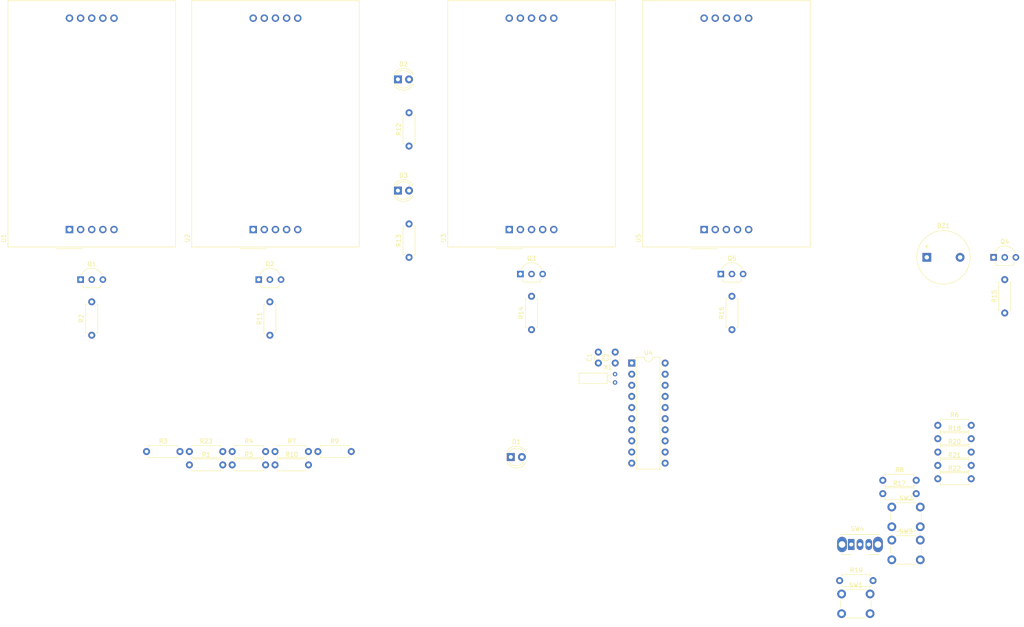
<source format=kicad_pcb>
(kicad_pcb (version 20171130) (host pcbnew "(5.0.0)")

  (general
    (thickness 1.6)
    (drawings 0)
    (tracks 0)
    (zones 0)
    (modules 44)
    (nets 47)
  )

  (page A4)
  (layers
    (0 F.Cu signal)
    (31 B.Cu signal)
    (32 B.Adhes user)
    (33 F.Adhes user)
    (34 B.Paste user)
    (35 F.Paste user)
    (36 B.SilkS user)
    (37 F.SilkS user)
    (38 B.Mask user)
    (39 F.Mask user)
    (40 Dwgs.User user)
    (41 Cmts.User user)
    (42 Eco1.User user)
    (43 Eco2.User user)
    (44 Edge.Cuts user)
    (45 Margin user)
    (46 B.CrtYd user)
    (47 F.CrtYd user)
    (48 B.Fab user)
    (49 F.Fab user)
  )

  (setup
    (last_trace_width 0.25)
    (trace_clearance 0.2)
    (zone_clearance 0.508)
    (zone_45_only no)
    (trace_min 0.2)
    (segment_width 0.2)
    (edge_width 0.1)
    (via_size 0.8)
    (via_drill 0.4)
    (via_min_size 0.4)
    (via_min_drill 0.3)
    (uvia_size 0.3)
    (uvia_drill 0.1)
    (uvias_allowed no)
    (uvia_min_size 0.2)
    (uvia_min_drill 0.1)
    (pcb_text_width 0.3)
    (pcb_text_size 1.5 1.5)
    (mod_edge_width 0.15)
    (mod_text_size 1 1)
    (mod_text_width 0.15)
    (pad_size 1.5 1.5)
    (pad_drill 0.6)
    (pad_to_mask_clearance 0)
    (aux_axis_origin 0 0)
    (visible_elements 7FFFFFFF)
    (pcbplotparams
      (layerselection 0x010fc_ffffffff)
      (usegerberextensions false)
      (usegerberattributes false)
      (usegerberadvancedattributes false)
      (creategerberjobfile false)
      (excludeedgelayer true)
      (linewidth 0.100000)
      (plotframeref false)
      (viasonmask false)
      (mode 1)
      (useauxorigin false)
      (hpglpennumber 1)
      (hpglpenspeed 20)
      (hpglpendiameter 15.000000)
      (psnegative false)
      (psa4output false)
      (plotreference true)
      (plotvalue true)
      (plotinvisibletext false)
      (padsonsilk false)
      (subtractmaskfromsilk false)
      (outputformat 1)
      (mirror false)
      (drillshape 1)
      (scaleselection 1)
      (outputdirectory ""))
  )

  (net 0 "")
  (net 1 VDD)
  (net 2 "Net-(BZ1-Pad2)")
  (net 3 "Net-(C1-Pad2)")
  (net 4 GND)
  (net 5 "Net-(D1-Pad2)")
  (net 6 "Net-(D2-Pad2)")
  (net 7 "Net-(D3-Pad2)")
  (net 8 "Net-(Q1-Pad2)")
  (net 9 "Net-(Q2-Pad2)")
  (net 10 "Net-(Q3-Pad2)")
  (net 11 "Net-(Q5-Pad2)")
  (net 12 "Net-(R1-Pad1)")
  (net 13 CATH_HOURS_TENS)
  (net 14 "Net-(R3-Pad1)")
  (net 15 "Net-(R4-Pad1)")
  (net 16 "Net-(R5-Pad1)")
  (net 17 "Net-(R10-Pad1)")
  (net 18 BTN_HOUR)
  (net 19 BTN_MINUTE)
  (net 20 BTN_ALARM_ADJUST)
  (net 21 SWT_ALARM)
  (net 22 CATH_HOURS_ONES)
  (net 23 SEGMENT_F)
  (net 24 CATH_MINUTES_TENS)
  (net 25 "Net-(R15-Pad1)")
  (net 26 CATH_MINUTES_ONES)
  (net 27 "Net-(R17-Pad1)")
  (net 28 SEGMENT_B)
  (net 29 SEGMENT_A)
  (net 30 "Net-(R18-Pad1)")
  (net 31 SEGMENT_E)
  (net 32 "Net-(R19-Pad1)")
  (net 33 SEGMENT_G)
  (net 34 "Net-(R20-Pad1)")
  (net 35 SEGMENT_C)
  (net 36 "Net-(R21-Pad1)")
  (net 37 "Net-(R22-Pad1)")
  (net 38 SEGMENT_D)
  (net 39 "Net-(R23-Pad1)")
  (net 40 "Net-(U4-Pad2)")
  (net 41 "Net-(U4-Pad3)")
  (net 42 "Net-(Q1-Pad3)")
  (net 43 "Net-(Q2-Pad3)")
  (net 44 "Net-(Q3-Pad3)")
  (net 45 "Net-(Q4-Pad2)")
  (net 46 "Net-(Q5-Pad3)")

  (net_class Default "This is the default net class."
    (clearance 0.2)
    (trace_width 0.25)
    (via_dia 0.8)
    (via_drill 0.4)
    (uvia_dia 0.3)
    (uvia_drill 0.1)
    (add_net BTN_ALARM_ADJUST)
    (add_net BTN_HOUR)
    (add_net BTN_MINUTE)
    (add_net CATH_HOURS_ONES)
    (add_net CATH_HOURS_TENS)
    (add_net CATH_MINUTES_ONES)
    (add_net CATH_MINUTES_TENS)
    (add_net GND)
    (add_net "Net-(BZ1-Pad2)")
    (add_net "Net-(C1-Pad2)")
    (add_net "Net-(D1-Pad2)")
    (add_net "Net-(D2-Pad2)")
    (add_net "Net-(D3-Pad2)")
    (add_net "Net-(Q1-Pad2)")
    (add_net "Net-(Q1-Pad3)")
    (add_net "Net-(Q2-Pad2)")
    (add_net "Net-(Q2-Pad3)")
    (add_net "Net-(Q3-Pad2)")
    (add_net "Net-(Q3-Pad3)")
    (add_net "Net-(Q4-Pad2)")
    (add_net "Net-(Q5-Pad2)")
    (add_net "Net-(Q5-Pad3)")
    (add_net "Net-(R1-Pad1)")
    (add_net "Net-(R10-Pad1)")
    (add_net "Net-(R15-Pad1)")
    (add_net "Net-(R17-Pad1)")
    (add_net "Net-(R18-Pad1)")
    (add_net "Net-(R19-Pad1)")
    (add_net "Net-(R20-Pad1)")
    (add_net "Net-(R21-Pad1)")
    (add_net "Net-(R22-Pad1)")
    (add_net "Net-(R23-Pad1)")
    (add_net "Net-(R3-Pad1)")
    (add_net "Net-(R4-Pad1)")
    (add_net "Net-(R5-Pad1)")
    (add_net "Net-(U4-Pad2)")
    (add_net "Net-(U4-Pad3)")
    (add_net SEGMENT_A)
    (add_net SEGMENT_B)
    (add_net SEGMENT_C)
    (add_net SEGMENT_D)
    (add_net SEGMENT_E)
    (add_net SEGMENT_F)
    (add_net SEGMENT_G)
    (add_net SWT_ALARM)
    (add_net VDD)
  )

  (module Buzzer_Beeper:Buzzer_12x9.5RM7.6 (layer F.Cu) (tedit 5A030281) (tstamp 5BC9754C)
    (at 243.84 72.39)
    (descr "Generic Buzzer, D12mm height 9.5mm with RM7.6mm")
    (tags buzzer)
    (path /5BBFC3D9)
    (fp_text reference BZ1 (at 3.8 -7.2) (layer F.SilkS)
      (effects (font (size 1 1) (thickness 0.15)))
    )
    (fp_text value Buzzer (at 3.8 7.4) (layer F.Fab)
      (effects (font (size 1 1) (thickness 0.15)))
    )
    (fp_text user + (at -0.01 -2.54) (layer F.Fab)
      (effects (font (size 1 1) (thickness 0.15)))
    )
    (fp_text user + (at -0.01 -2.54) (layer F.SilkS)
      (effects (font (size 1 1) (thickness 0.15)))
    )
    (fp_text user %R (at 3.8 -4) (layer F.Fab)
      (effects (font (size 1 1) (thickness 0.15)))
    )
    (fp_circle (center 3.8 0) (end 10.05 0) (layer F.CrtYd) (width 0.05))
    (fp_circle (center 3.8 0) (end 9.8 0) (layer F.Fab) (width 0.1))
    (fp_circle (center 3.8 0) (end 4.8 0) (layer F.Fab) (width 0.1))
    (fp_circle (center 3.8 0) (end 9.9 0) (layer F.SilkS) (width 0.12))
    (pad 1 thru_hole rect (at 0 0) (size 2 2) (drill 1) (layers *.Cu *.Mask)
      (net 1 VDD))
    (pad 2 thru_hole circle (at 7.6 0) (size 2 2) (drill 1) (layers *.Cu *.Mask)
      (net 2 "Net-(BZ1-Pad2)"))
    (model ${KISYS3DMOD}/Buzzer_Beeper.3dshapes/Buzzer_12x9.5RM7.6.wrl
      (at (xyz 0 0 0))
      (scale (xyz 1 1 1))
      (rotate (xyz 0 0 0))
    )
  )

  (module Capacitor_THT:C_Disc_D3.0mm_W1.6mm_P2.50mm (layer F.Cu) (tedit 5AE50EF0) (tstamp 5BD48642)
    (at 168.91 96.52 90)
    (descr "C, Disc series, Radial, pin pitch=2.50mm, , diameter*width=3.0*1.6mm^2, Capacitor, http://www.vishay.com/docs/45233/krseries.pdf")
    (tags "C Disc series Radial pin pitch 2.50mm  diameter 3.0mm width 1.6mm Capacitor")
    (path /5BC571D5)
    (fp_text reference C1 (at 1.25 -2.05 90) (layer F.SilkS)
      (effects (font (size 1 1) (thickness 0.15)))
    )
    (fp_text value 0.1µF (at 1.25 2.05 90) (layer F.Fab)
      (effects (font (size 1 1) (thickness 0.15)))
    )
    (fp_line (start -0.25 -0.8) (end -0.25 0.8) (layer F.Fab) (width 0.1))
    (fp_line (start -0.25 0.8) (end 2.75 0.8) (layer F.Fab) (width 0.1))
    (fp_line (start 2.75 0.8) (end 2.75 -0.8) (layer F.Fab) (width 0.1))
    (fp_line (start 2.75 -0.8) (end -0.25 -0.8) (layer F.Fab) (width 0.1))
    (fp_line (start 0.621 -0.92) (end 1.879 -0.92) (layer F.SilkS) (width 0.12))
    (fp_line (start 0.621 0.92) (end 1.879 0.92) (layer F.SilkS) (width 0.12))
    (fp_line (start -1.05 -1.05) (end -1.05 1.05) (layer F.CrtYd) (width 0.05))
    (fp_line (start -1.05 1.05) (end 3.55 1.05) (layer F.CrtYd) (width 0.05))
    (fp_line (start 3.55 1.05) (end 3.55 -1.05) (layer F.CrtYd) (width 0.05))
    (fp_line (start 3.55 -1.05) (end -1.05 -1.05) (layer F.CrtYd) (width 0.05))
    (fp_text user %R (at 1.25 0 90) (layer F.Fab)
      (effects (font (size 0.6 0.6) (thickness 0.09)))
    )
    (pad 1 thru_hole circle (at 0 0 90) (size 1.6 1.6) (drill 0.8) (layers *.Cu *.Mask)
      (net 1 VDD))
    (pad 2 thru_hole circle (at 2.5 0 90) (size 1.6 1.6) (drill 0.8) (layers *.Cu *.Mask)
      (net 3 "Net-(C1-Pad2)"))
    (model ${KISYS3DMOD}/Capacitor_THT.3dshapes/C_Disc_D3.0mm_W1.6mm_P2.50mm.wrl
      (at (xyz 0 0 0))
      (scale (xyz 1 1 1))
      (rotate (xyz 0 0 0))
    )
  )

  (module Capacitor_THT:C_Disc_D3.0mm_W1.6mm_P2.50mm (layer F.Cu) (tedit 5AE50EF0) (tstamp 5BD48653)
    (at 172.76 96.52 90)
    (descr "C, Disc series, Radial, pin pitch=2.50mm, , diameter*width=3.0*1.6mm^2, Capacitor, http://www.vishay.com/docs/45233/krseries.pdf")
    (tags "C Disc series Radial pin pitch 2.50mm  diameter 3.0mm width 1.6mm Capacitor")
    (path /5BC5722B)
    (fp_text reference C2 (at 1.25 -2.05 90) (layer F.SilkS)
      (effects (font (size 1 1) (thickness 0.15)))
    )
    (fp_text value 0.01µF (at 1.25 2.05 90) (layer F.Fab)
      (effects (font (size 1 1) (thickness 0.15)))
    )
    (fp_text user %R (at 1.25 0 90) (layer F.Fab)
      (effects (font (size 0.6 0.6) (thickness 0.09)))
    )
    (fp_line (start 3.55 -1.05) (end -1.05 -1.05) (layer F.CrtYd) (width 0.05))
    (fp_line (start 3.55 1.05) (end 3.55 -1.05) (layer F.CrtYd) (width 0.05))
    (fp_line (start -1.05 1.05) (end 3.55 1.05) (layer F.CrtYd) (width 0.05))
    (fp_line (start -1.05 -1.05) (end -1.05 1.05) (layer F.CrtYd) (width 0.05))
    (fp_line (start 0.621 0.92) (end 1.879 0.92) (layer F.SilkS) (width 0.12))
    (fp_line (start 0.621 -0.92) (end 1.879 -0.92) (layer F.SilkS) (width 0.12))
    (fp_line (start 2.75 -0.8) (end -0.25 -0.8) (layer F.Fab) (width 0.1))
    (fp_line (start 2.75 0.8) (end 2.75 -0.8) (layer F.Fab) (width 0.1))
    (fp_line (start -0.25 0.8) (end 2.75 0.8) (layer F.Fab) (width 0.1))
    (fp_line (start -0.25 -0.8) (end -0.25 0.8) (layer F.Fab) (width 0.1))
    (pad 2 thru_hole circle (at 2.5 0 90) (size 1.6 1.6) (drill 0.8) (layers *.Cu *.Mask)
      (net 3 "Net-(C1-Pad2)"))
    (pad 1 thru_hole circle (at 0 0 90) (size 1.6 1.6) (drill 0.8) (layers *.Cu *.Mask)
      (net 1 VDD))
    (model ${KISYS3DMOD}/Capacitor_THT.3dshapes/C_Disc_D3.0mm_W1.6mm_P2.50mm.wrl
      (at (xyz 0 0 0))
      (scale (xyz 1 1 1))
      (rotate (xyz 0 0 0))
    )
  )

  (module LED_THT:LED_D4.0mm (layer F.Cu) (tedit 587A3A7B) (tstamp 5BD48666)
    (at 148.935001 117.975001)
    (descr "LED, diameter 4.0mm, 2 pins, http://www.kingbright.com/attachments/file/psearch/000/00/00/L-43GD(Ver.12B).pdf")
    (tags "LED diameter 4.0mm 2 pins")
    (path /5BCB3ACD)
    (fp_text reference D1 (at 1.27 -3.46) (layer F.SilkS)
      (effects (font (size 1 1) (thickness 0.15)))
    )
    (fp_text value "Red LED" (at 1.27 3.46) (layer F.Fab)
      (effects (font (size 1 1) (thickness 0.15)))
    )
    (fp_arc (start 1.27 0) (end -0.73 -1.32665) (angle 292.9) (layer F.Fab) (width 0.1))
    (fp_arc (start 1.27 0) (end -0.79 -1.398749) (angle 120.1) (layer F.SilkS) (width 0.12))
    (fp_arc (start 1.27 0) (end -0.79 1.398749) (angle -120.1) (layer F.SilkS) (width 0.12))
    (fp_arc (start 1.27 0) (end -0.41333 -1.08) (angle 114.6) (layer F.SilkS) (width 0.12))
    (fp_arc (start 1.27 0) (end -0.41333 1.08) (angle -114.6) (layer F.SilkS) (width 0.12))
    (fp_circle (center 1.27 0) (end 3.27 0) (layer F.Fab) (width 0.1))
    (fp_line (start -0.73 -1.32665) (end -0.73 1.32665) (layer F.Fab) (width 0.1))
    (fp_line (start -0.79 -1.399) (end -0.79 -1.08) (layer F.SilkS) (width 0.12))
    (fp_line (start -0.79 1.08) (end -0.79 1.399) (layer F.SilkS) (width 0.12))
    (fp_line (start -1.45 -2.75) (end -1.45 2.75) (layer F.CrtYd) (width 0.05))
    (fp_line (start -1.45 2.75) (end 4 2.75) (layer F.CrtYd) (width 0.05))
    (fp_line (start 4 2.75) (end 4 -2.75) (layer F.CrtYd) (width 0.05))
    (fp_line (start 4 -2.75) (end -1.45 -2.75) (layer F.CrtYd) (width 0.05))
    (pad 1 thru_hole rect (at 0 0) (size 1.8 1.8) (drill 0.9) (layers *.Cu *.Mask)
      (net 4 GND))
    (pad 2 thru_hole circle (at 2.54 0) (size 1.8 1.8) (drill 0.9) (layers *.Cu *.Mask)
      (net 5 "Net-(D1-Pad2)"))
    (model ${KISYS3DMOD}/LED_THT.3dshapes/LED_D4.0mm.wrl
      (at (xyz 0 0 0))
      (scale (xyz 1 1 1))
      (rotate (xyz 0 0 0))
    )
  )

  (module LED_THT:LED_D4.0mm (layer F.Cu) (tedit 587A3A7B) (tstamp 5BC97576)
    (at 123.19 31.75)
    (descr "LED, diameter 4.0mm, 2 pins, http://www.kingbright.com/attachments/file/psearch/000/00/00/L-43GD(Ver.12B).pdf")
    (tags "LED diameter 4.0mm 2 pins")
    (path /5BBF27FD)
    (fp_text reference D2 (at 1.27 -3.46) (layer F.SilkS)
      (effects (font (size 1 1) (thickness 0.15)))
    )
    (fp_text value "Red LED" (at 1.27 3.46) (layer F.Fab)
      (effects (font (size 1 1) (thickness 0.15)))
    )
    (fp_line (start 4 -2.75) (end -1.45 -2.75) (layer F.CrtYd) (width 0.05))
    (fp_line (start 4 2.75) (end 4 -2.75) (layer F.CrtYd) (width 0.05))
    (fp_line (start -1.45 2.75) (end 4 2.75) (layer F.CrtYd) (width 0.05))
    (fp_line (start -1.45 -2.75) (end -1.45 2.75) (layer F.CrtYd) (width 0.05))
    (fp_line (start -0.79 1.08) (end -0.79 1.399) (layer F.SilkS) (width 0.12))
    (fp_line (start -0.79 -1.399) (end -0.79 -1.08) (layer F.SilkS) (width 0.12))
    (fp_line (start -0.73 -1.32665) (end -0.73 1.32665) (layer F.Fab) (width 0.1))
    (fp_circle (center 1.27 0) (end 3.27 0) (layer F.Fab) (width 0.1))
    (fp_arc (start 1.27 0) (end -0.41333 1.08) (angle -114.6) (layer F.SilkS) (width 0.12))
    (fp_arc (start 1.27 0) (end -0.41333 -1.08) (angle 114.6) (layer F.SilkS) (width 0.12))
    (fp_arc (start 1.27 0) (end -0.79 1.398749) (angle -120.1) (layer F.SilkS) (width 0.12))
    (fp_arc (start 1.27 0) (end -0.79 -1.398749) (angle 120.1) (layer F.SilkS) (width 0.12))
    (fp_arc (start 1.27 0) (end -0.73 -1.32665) (angle 292.9) (layer F.Fab) (width 0.1))
    (pad 2 thru_hole circle (at 2.54 0) (size 1.8 1.8) (drill 0.9) (layers *.Cu *.Mask)
      (net 6 "Net-(D2-Pad2)"))
    (pad 1 thru_hole rect (at 0 0) (size 1.8 1.8) (drill 0.9) (layers *.Cu *.Mask)
      (net 4 GND))
    (model ${KISYS3DMOD}/LED_THT.3dshapes/LED_D4.0mm.wrl
      (at (xyz 0 0 0))
      (scale (xyz 1 1 1))
      (rotate (xyz 0 0 0))
    )
  )

  (module LED_THT:LED_D4.0mm (layer F.Cu) (tedit 587A3A7B) (tstamp 5BC9751C)
    (at 123.19 57.15)
    (descr "LED, diameter 4.0mm, 2 pins, http://www.kingbright.com/attachments/file/psearch/000/00/00/L-43GD(Ver.12B).pdf")
    (tags "LED diameter 4.0mm 2 pins")
    (path /5BBF2869)
    (fp_text reference D3 (at 1.27 -3.46) (layer F.SilkS)
      (effects (font (size 1 1) (thickness 0.15)))
    )
    (fp_text value "Red LED" (at 1.27 3.46) (layer F.Fab)
      (effects (font (size 1 1) (thickness 0.15)))
    )
    (fp_arc (start 1.27 0) (end -0.73 -1.32665) (angle 292.9) (layer F.Fab) (width 0.1))
    (fp_arc (start 1.27 0) (end -0.79 -1.398749) (angle 120.1) (layer F.SilkS) (width 0.12))
    (fp_arc (start 1.27 0) (end -0.79 1.398749) (angle -120.1) (layer F.SilkS) (width 0.12))
    (fp_arc (start 1.27 0) (end -0.41333 -1.08) (angle 114.6) (layer F.SilkS) (width 0.12))
    (fp_arc (start 1.27 0) (end -0.41333 1.08) (angle -114.6) (layer F.SilkS) (width 0.12))
    (fp_circle (center 1.27 0) (end 3.27 0) (layer F.Fab) (width 0.1))
    (fp_line (start -0.73 -1.32665) (end -0.73 1.32665) (layer F.Fab) (width 0.1))
    (fp_line (start -0.79 -1.399) (end -0.79 -1.08) (layer F.SilkS) (width 0.12))
    (fp_line (start -0.79 1.08) (end -0.79 1.399) (layer F.SilkS) (width 0.12))
    (fp_line (start -1.45 -2.75) (end -1.45 2.75) (layer F.CrtYd) (width 0.05))
    (fp_line (start -1.45 2.75) (end 4 2.75) (layer F.CrtYd) (width 0.05))
    (fp_line (start 4 2.75) (end 4 -2.75) (layer F.CrtYd) (width 0.05))
    (fp_line (start 4 -2.75) (end -1.45 -2.75) (layer F.CrtYd) (width 0.05))
    (pad 1 thru_hole rect (at 0 0) (size 1.8 1.8) (drill 0.9) (layers *.Cu *.Mask)
      (net 4 GND))
    (pad 2 thru_hole circle (at 2.54 0) (size 1.8 1.8) (drill 0.9) (layers *.Cu *.Mask)
      (net 7 "Net-(D3-Pad2)"))
    (model ${KISYS3DMOD}/LED_THT.3dshapes/LED_D4.0mm.wrl
      (at (xyz 0 0 0))
      (scale (xyz 1 1 1))
      (rotate (xyz 0 0 0))
    )
  )

  (module Package_TO_SOT_THT:TO-92_Inline_Wide (layer F.Cu) (tedit 5A02FF81) (tstamp 5BC974E4)
    (at 50.8 77.47)
    (descr "TO-92 leads in-line, wide, drill 0.75mm (see NXP sot054_po.pdf)")
    (tags "to-92 sc-43 sc-43a sot54 PA33 transistor")
    (path /5BC68F53)
    (fp_text reference Q1 (at 2.54 -3.56) (layer F.SilkS)
      (effects (font (size 1 1) (thickness 0.15)))
    )
    (fp_text value Q_NPN_BCE (at 2.54 2.79) (layer F.Fab)
      (effects (font (size 1 1) (thickness 0.15)))
    )
    (fp_arc (start 2.54 0) (end 4.34 1.85) (angle -20) (layer F.SilkS) (width 0.12))
    (fp_arc (start 2.54 0) (end 2.54 -2.48) (angle -135) (layer F.Fab) (width 0.1))
    (fp_arc (start 2.54 0) (end 2.54 -2.48) (angle 135) (layer F.Fab) (width 0.1))
    (fp_arc (start 2.54 0) (end 2.54 -2.6) (angle 65) (layer F.SilkS) (width 0.12))
    (fp_arc (start 2.54 0) (end 2.54 -2.6) (angle -65) (layer F.SilkS) (width 0.12))
    (fp_arc (start 2.54 0) (end 0.74 1.85) (angle 20) (layer F.SilkS) (width 0.12))
    (fp_line (start 6.09 2.01) (end -1.01 2.01) (layer F.CrtYd) (width 0.05))
    (fp_line (start 6.09 2.01) (end 6.09 -2.73) (layer F.CrtYd) (width 0.05))
    (fp_line (start -1.01 -2.73) (end -1.01 2.01) (layer F.CrtYd) (width 0.05))
    (fp_line (start -1.01 -2.73) (end 6.09 -2.73) (layer F.CrtYd) (width 0.05))
    (fp_line (start 0.8 1.75) (end 4.3 1.75) (layer F.Fab) (width 0.1))
    (fp_line (start 0.74 1.85) (end 4.34 1.85) (layer F.SilkS) (width 0.12))
    (fp_text user %R (at 2.54 -3.56) (layer F.Fab)
      (effects (font (size 1 1) (thickness 0.15)))
    )
    (pad 1 thru_hole rect (at 0 0 90) (size 1.5 1.5) (drill 0.8) (layers *.Cu *.Mask)
      (net 4 GND))
    (pad 3 thru_hole circle (at 5.08 0 90) (size 1.5 1.5) (drill 0.8) (layers *.Cu *.Mask)
      (net 42 "Net-(Q1-Pad3)"))
    (pad 2 thru_hole circle (at 2.54 0 90) (size 1.5 1.5) (drill 0.8) (layers *.Cu *.Mask)
      (net 8 "Net-(Q1-Pad2)"))
    (model ${KISYS3DMOD}/Package_TO_SOT_THT.3dshapes/TO-92_Inline_Wide.wrl
      (at (xyz 0 0 0))
      (scale (xyz 1 1 1))
      (rotate (xyz 0 0 0))
    )
  )

  (module Package_TO_SOT_THT:TO-92_Inline_Wide (layer F.Cu) (tedit 5A02FF81) (tstamp 5BC975E6)
    (at 91.44 77.47)
    (descr "TO-92 leads in-line, wide, drill 0.75mm (see NXP sot054_po.pdf)")
    (tags "to-92 sc-43 sc-43a sot54 PA33 transistor")
    (path /5BC68FB7)
    (fp_text reference Q2 (at 2.54 -3.56) (layer F.SilkS)
      (effects (font (size 1 1) (thickness 0.15)))
    )
    (fp_text value Q_NPN_BCE (at 2.54 2.79) (layer F.Fab)
      (effects (font (size 1 1) (thickness 0.15)))
    )
    (fp_text user %R (at 2.54 -3.56) (layer F.Fab)
      (effects (font (size 1 1) (thickness 0.15)))
    )
    (fp_line (start 0.74 1.85) (end 4.34 1.85) (layer F.SilkS) (width 0.12))
    (fp_line (start 0.8 1.75) (end 4.3 1.75) (layer F.Fab) (width 0.1))
    (fp_line (start -1.01 -2.73) (end 6.09 -2.73) (layer F.CrtYd) (width 0.05))
    (fp_line (start -1.01 -2.73) (end -1.01 2.01) (layer F.CrtYd) (width 0.05))
    (fp_line (start 6.09 2.01) (end 6.09 -2.73) (layer F.CrtYd) (width 0.05))
    (fp_line (start 6.09 2.01) (end -1.01 2.01) (layer F.CrtYd) (width 0.05))
    (fp_arc (start 2.54 0) (end 0.74 1.85) (angle 20) (layer F.SilkS) (width 0.12))
    (fp_arc (start 2.54 0) (end 2.54 -2.6) (angle -65) (layer F.SilkS) (width 0.12))
    (fp_arc (start 2.54 0) (end 2.54 -2.6) (angle 65) (layer F.SilkS) (width 0.12))
    (fp_arc (start 2.54 0) (end 2.54 -2.48) (angle 135) (layer F.Fab) (width 0.1))
    (fp_arc (start 2.54 0) (end 2.54 -2.48) (angle -135) (layer F.Fab) (width 0.1))
    (fp_arc (start 2.54 0) (end 4.34 1.85) (angle -20) (layer F.SilkS) (width 0.12))
    (pad 2 thru_hole circle (at 2.54 0 90) (size 1.5 1.5) (drill 0.8) (layers *.Cu *.Mask)
      (net 9 "Net-(Q2-Pad2)"))
    (pad 3 thru_hole circle (at 5.08 0 90) (size 1.5 1.5) (drill 0.8) (layers *.Cu *.Mask)
      (net 43 "Net-(Q2-Pad3)"))
    (pad 1 thru_hole rect (at 0 0 90) (size 1.5 1.5) (drill 0.8) (layers *.Cu *.Mask)
      (net 4 GND))
    (model ${KISYS3DMOD}/Package_TO_SOT_THT.3dshapes/TO-92_Inline_Wide.wrl
      (at (xyz 0 0 0))
      (scale (xyz 1 1 1))
      (rotate (xyz 0 0 0))
    )
  )

  (module Package_TO_SOT_THT:TO-92_Inline_Wide (layer F.Cu) (tedit 5A02FF81) (tstamp 5BD486C8)
    (at 151.13 76.2)
    (descr "TO-92 leads in-line, wide, drill 0.75mm (see NXP sot054_po.pdf)")
    (tags "to-92 sc-43 sc-43a sot54 PA33 transistor")
    (path /5BC69015)
    (fp_text reference Q3 (at 2.54 -3.56) (layer F.SilkS)
      (effects (font (size 1 1) (thickness 0.15)))
    )
    (fp_text value Q_NPN_BCE (at 2.54 2.79) (layer F.Fab)
      (effects (font (size 1 1) (thickness 0.15)))
    )
    (fp_text user %R (at 2.54 -3.56) (layer F.Fab)
      (effects (font (size 1 1) (thickness 0.15)))
    )
    (fp_line (start 0.74 1.85) (end 4.34 1.85) (layer F.SilkS) (width 0.12))
    (fp_line (start 0.8 1.75) (end 4.3 1.75) (layer F.Fab) (width 0.1))
    (fp_line (start -1.01 -2.73) (end 6.09 -2.73) (layer F.CrtYd) (width 0.05))
    (fp_line (start -1.01 -2.73) (end -1.01 2.01) (layer F.CrtYd) (width 0.05))
    (fp_line (start 6.09 2.01) (end 6.09 -2.73) (layer F.CrtYd) (width 0.05))
    (fp_line (start 6.09 2.01) (end -1.01 2.01) (layer F.CrtYd) (width 0.05))
    (fp_arc (start 2.54 0) (end 0.74 1.85) (angle 20) (layer F.SilkS) (width 0.12))
    (fp_arc (start 2.54 0) (end 2.54 -2.6) (angle -65) (layer F.SilkS) (width 0.12))
    (fp_arc (start 2.54 0) (end 2.54 -2.6) (angle 65) (layer F.SilkS) (width 0.12))
    (fp_arc (start 2.54 0) (end 2.54 -2.48) (angle 135) (layer F.Fab) (width 0.1))
    (fp_arc (start 2.54 0) (end 2.54 -2.48) (angle -135) (layer F.Fab) (width 0.1))
    (fp_arc (start 2.54 0) (end 4.34 1.85) (angle -20) (layer F.SilkS) (width 0.12))
    (pad 2 thru_hole circle (at 2.54 0 90) (size 1.5 1.5) (drill 0.8) (layers *.Cu *.Mask)
      (net 10 "Net-(Q3-Pad2)"))
    (pad 3 thru_hole circle (at 5.08 0 90) (size 1.5 1.5) (drill 0.8) (layers *.Cu *.Mask)
      (net 44 "Net-(Q3-Pad3)"))
    (pad 1 thru_hole rect (at 0 0 90) (size 1.5 1.5) (drill 0.8) (layers *.Cu *.Mask)
      (net 4 GND))
    (model ${KISYS3DMOD}/Package_TO_SOT_THT.3dshapes/TO-92_Inline_Wide.wrl
      (at (xyz 0 0 0))
      (scale (xyz 1 1 1))
      (rotate (xyz 0 0 0))
    )
  )

  (module Package_TO_SOT_THT:TO-92_Inline_Wide (layer F.Cu) (tedit 5A02FF81) (tstamp 5BC975AD)
    (at 259.08 72.39)
    (descr "TO-92 leads in-line, wide, drill 0.75mm (see NXP sot054_po.pdf)")
    (tags "to-92 sc-43 sc-43a sot54 PA33 transistor")
    (path /5BCA4279)
    (fp_text reference Q4 (at 2.54 -3.56) (layer F.SilkS)
      (effects (font (size 1 1) (thickness 0.15)))
    )
    (fp_text value Q_NPN_BCE (at 2.54 2.79) (layer F.Fab)
      (effects (font (size 1 1) (thickness 0.15)))
    )
    (fp_arc (start 2.54 0) (end 4.34 1.85) (angle -20) (layer F.SilkS) (width 0.12))
    (fp_arc (start 2.54 0) (end 2.54 -2.48) (angle -135) (layer F.Fab) (width 0.1))
    (fp_arc (start 2.54 0) (end 2.54 -2.48) (angle 135) (layer F.Fab) (width 0.1))
    (fp_arc (start 2.54 0) (end 2.54 -2.6) (angle 65) (layer F.SilkS) (width 0.12))
    (fp_arc (start 2.54 0) (end 2.54 -2.6) (angle -65) (layer F.SilkS) (width 0.12))
    (fp_arc (start 2.54 0) (end 0.74 1.85) (angle 20) (layer F.SilkS) (width 0.12))
    (fp_line (start 6.09 2.01) (end -1.01 2.01) (layer F.CrtYd) (width 0.05))
    (fp_line (start 6.09 2.01) (end 6.09 -2.73) (layer F.CrtYd) (width 0.05))
    (fp_line (start -1.01 -2.73) (end -1.01 2.01) (layer F.CrtYd) (width 0.05))
    (fp_line (start -1.01 -2.73) (end 6.09 -2.73) (layer F.CrtYd) (width 0.05))
    (fp_line (start 0.8 1.75) (end 4.3 1.75) (layer F.Fab) (width 0.1))
    (fp_line (start 0.74 1.85) (end 4.34 1.85) (layer F.SilkS) (width 0.12))
    (fp_text user %R (at 2.54 -3.56) (layer F.Fab)
      (effects (font (size 1 1) (thickness 0.15)))
    )
    (pad 1 thru_hole rect (at 0 0 90) (size 1.5 1.5) (drill 0.8) (layers *.Cu *.Mask)
      (net 4 GND))
    (pad 3 thru_hole circle (at 5.08 0 90) (size 1.5 1.5) (drill 0.8) (layers *.Cu *.Mask)
      (net 2 "Net-(BZ1-Pad2)"))
    (pad 2 thru_hole circle (at 2.54 0 90) (size 1.5 1.5) (drill 0.8) (layers *.Cu *.Mask)
      (net 45 "Net-(Q4-Pad2)"))
    (model ${KISYS3DMOD}/Package_TO_SOT_THT.3dshapes/TO-92_Inline_Wide.wrl
      (at (xyz 0 0 0))
      (scale (xyz 1 1 1))
      (rotate (xyz 0 0 0))
    )
  )

  (module Package_TO_SOT_THT:TO-92_Inline_Wide (layer F.Cu) (tedit 5A02FF81) (tstamp 5BD486F0)
    (at 196.85 76.2)
    (descr "TO-92 leads in-line, wide, drill 0.75mm (see NXP sot054_po.pdf)")
    (tags "to-92 sc-43 sc-43a sot54 PA33 transistor")
    (path /5BC6907D)
    (fp_text reference Q5 (at 2.54 -3.56) (layer F.SilkS)
      (effects (font (size 1 1) (thickness 0.15)))
    )
    (fp_text value Q_NPN_BCE (at 2.54 2.79) (layer F.Fab)
      (effects (font (size 1 1) (thickness 0.15)))
    )
    (fp_text user %R (at 2.54 -3.56) (layer F.Fab)
      (effects (font (size 1 1) (thickness 0.15)))
    )
    (fp_line (start 0.74 1.85) (end 4.34 1.85) (layer F.SilkS) (width 0.12))
    (fp_line (start 0.8 1.75) (end 4.3 1.75) (layer F.Fab) (width 0.1))
    (fp_line (start -1.01 -2.73) (end 6.09 -2.73) (layer F.CrtYd) (width 0.05))
    (fp_line (start -1.01 -2.73) (end -1.01 2.01) (layer F.CrtYd) (width 0.05))
    (fp_line (start 6.09 2.01) (end 6.09 -2.73) (layer F.CrtYd) (width 0.05))
    (fp_line (start 6.09 2.01) (end -1.01 2.01) (layer F.CrtYd) (width 0.05))
    (fp_arc (start 2.54 0) (end 0.74 1.85) (angle 20) (layer F.SilkS) (width 0.12))
    (fp_arc (start 2.54 0) (end 2.54 -2.6) (angle -65) (layer F.SilkS) (width 0.12))
    (fp_arc (start 2.54 0) (end 2.54 -2.6) (angle 65) (layer F.SilkS) (width 0.12))
    (fp_arc (start 2.54 0) (end 2.54 -2.48) (angle 135) (layer F.Fab) (width 0.1))
    (fp_arc (start 2.54 0) (end 2.54 -2.48) (angle -135) (layer F.Fab) (width 0.1))
    (fp_arc (start 2.54 0) (end 4.34 1.85) (angle -20) (layer F.SilkS) (width 0.12))
    (pad 2 thru_hole circle (at 2.54 0 90) (size 1.5 1.5) (drill 0.8) (layers *.Cu *.Mask)
      (net 11 "Net-(Q5-Pad2)"))
    (pad 3 thru_hole circle (at 5.08 0 90) (size 1.5 1.5) (drill 0.8) (layers *.Cu *.Mask)
      (net 46 "Net-(Q5-Pad3)"))
    (pad 1 thru_hole rect (at 0 0 90) (size 1.5 1.5) (drill 0.8) (layers *.Cu *.Mask)
      (net 4 GND))
    (model ${KISYS3DMOD}/Package_TO_SOT_THT.3dshapes/TO-92_Inline_Wide.wrl
      (at (xyz 0 0 0))
      (scale (xyz 1 1 1))
      (rotate (xyz 0 0 0))
    )
  )

  (module Resistor_THT:R_Axial_DIN0207_L6.3mm_D2.5mm_P7.62mm_Horizontal (layer F.Cu) (tedit 5AE5139B) (tstamp 5BD48707)
    (at 75.615001 119.775001)
    (descr "Resistor, Axial_DIN0207 series, Axial, Horizontal, pin pitch=7.62mm, 0.25W = 1/4W, length*diameter=6.3*2.5mm^2, http://cdn-reichelt.de/documents/datenblatt/B400/1_4W%23YAG.pdf")
    (tags "Resistor Axial_DIN0207 series Axial Horizontal pin pitch 7.62mm 0.25W = 1/4W length 6.3mm diameter 2.5mm")
    (path /5BCB2952)
    (fp_text reference R1 (at 3.81 -2.37) (layer F.SilkS)
      (effects (font (size 1 1) (thickness 0.15)))
    )
    (fp_text value 10k (at 3.81 2.37) (layer F.Fab)
      (effects (font (size 1 1) (thickness 0.15)))
    )
    (fp_line (start 0.66 -1.25) (end 0.66 1.25) (layer F.Fab) (width 0.1))
    (fp_line (start 0.66 1.25) (end 6.96 1.25) (layer F.Fab) (width 0.1))
    (fp_line (start 6.96 1.25) (end 6.96 -1.25) (layer F.Fab) (width 0.1))
    (fp_line (start 6.96 -1.25) (end 0.66 -1.25) (layer F.Fab) (width 0.1))
    (fp_line (start 0 0) (end 0.66 0) (layer F.Fab) (width 0.1))
    (fp_line (start 7.62 0) (end 6.96 0) (layer F.Fab) (width 0.1))
    (fp_line (start 0.54 -1.04) (end 0.54 -1.37) (layer F.SilkS) (width 0.12))
    (fp_line (start 0.54 -1.37) (end 7.08 -1.37) (layer F.SilkS) (width 0.12))
    (fp_line (start 7.08 -1.37) (end 7.08 -1.04) (layer F.SilkS) (width 0.12))
    (fp_line (start 0.54 1.04) (end 0.54 1.37) (layer F.SilkS) (width 0.12))
    (fp_line (start 0.54 1.37) (end 7.08 1.37) (layer F.SilkS) (width 0.12))
    (fp_line (start 7.08 1.37) (end 7.08 1.04) (layer F.SilkS) (width 0.12))
    (fp_line (start -1.05 -1.5) (end -1.05 1.5) (layer F.CrtYd) (width 0.05))
    (fp_line (start -1.05 1.5) (end 8.67 1.5) (layer F.CrtYd) (width 0.05))
    (fp_line (start 8.67 1.5) (end 8.67 -1.5) (layer F.CrtYd) (width 0.05))
    (fp_line (start 8.67 -1.5) (end -1.05 -1.5) (layer F.CrtYd) (width 0.05))
    (fp_text user %R (at 3.81 0) (layer F.Fab)
      (effects (font (size 1 1) (thickness 0.15)))
    )
    (pad 1 thru_hole circle (at 0 0) (size 1.6 1.6) (drill 0.8) (layers *.Cu *.Mask)
      (net 12 "Net-(R1-Pad1)"))
    (pad 2 thru_hole oval (at 7.62 0) (size 1.6 1.6) (drill 0.8) (layers *.Cu *.Mask)
      (net 4 GND))
    (model ${KISYS3DMOD}/Resistor_THT.3dshapes/R_Axial_DIN0207_L6.3mm_D2.5mm_P7.62mm_Horizontal.wrl
      (at (xyz 0 0 0))
      (scale (xyz 1 1 1))
      (rotate (xyz 0 0 0))
    )
  )

  (module Resistor_THT:R_Axial_DIN0207_L6.3mm_D2.5mm_P7.62mm_Horizontal (layer F.Cu) (tedit 5AE5139B) (tstamp 5BC98566)
    (at 53.34 90.17 90)
    (descr "Resistor, Axial_DIN0207 series, Axial, Horizontal, pin pitch=7.62mm, 0.25W = 1/4W, length*diameter=6.3*2.5mm^2, http://cdn-reichelt.de/documents/datenblatt/B400/1_4W%23YAG.pdf")
    (tags "Resistor Axial_DIN0207 series Axial Horizontal pin pitch 7.62mm 0.25W = 1/4W length 6.3mm diameter 2.5mm")
    (path /5BC9D610)
    (fp_text reference R2 (at 3.81 -2.37 90) (layer F.SilkS)
      (effects (font (size 1 1) (thickness 0.15)))
    )
    (fp_text value 10K (at 3.81 2.37 90) (layer F.Fab)
      (effects (font (size 1 1) (thickness 0.15)))
    )
    (fp_line (start 0.66 -1.25) (end 0.66 1.25) (layer F.Fab) (width 0.1))
    (fp_line (start 0.66 1.25) (end 6.96 1.25) (layer F.Fab) (width 0.1))
    (fp_line (start 6.96 1.25) (end 6.96 -1.25) (layer F.Fab) (width 0.1))
    (fp_line (start 6.96 -1.25) (end 0.66 -1.25) (layer F.Fab) (width 0.1))
    (fp_line (start 0 0) (end 0.66 0) (layer F.Fab) (width 0.1))
    (fp_line (start 7.62 0) (end 6.96 0) (layer F.Fab) (width 0.1))
    (fp_line (start 0.54 -1.04) (end 0.54 -1.37) (layer F.SilkS) (width 0.12))
    (fp_line (start 0.54 -1.37) (end 7.08 -1.37) (layer F.SilkS) (width 0.12))
    (fp_line (start 7.08 -1.37) (end 7.08 -1.04) (layer F.SilkS) (width 0.12))
    (fp_line (start 0.54 1.04) (end 0.54 1.37) (layer F.SilkS) (width 0.12))
    (fp_line (start 0.54 1.37) (end 7.08 1.37) (layer F.SilkS) (width 0.12))
    (fp_line (start 7.08 1.37) (end 7.08 1.04) (layer F.SilkS) (width 0.12))
    (fp_line (start -1.05 -1.5) (end -1.05 1.5) (layer F.CrtYd) (width 0.05))
    (fp_line (start -1.05 1.5) (end 8.67 1.5) (layer F.CrtYd) (width 0.05))
    (fp_line (start 8.67 1.5) (end 8.67 -1.5) (layer F.CrtYd) (width 0.05))
    (fp_line (start 8.67 -1.5) (end -1.05 -1.5) (layer F.CrtYd) (width 0.05))
    (fp_text user %R (at 3.81 0 90) (layer F.Fab)
      (effects (font (size 1 1) (thickness 0.15)))
    )
    (pad 1 thru_hole circle (at 0 0 90) (size 1.6 1.6) (drill 0.8) (layers *.Cu *.Mask)
      (net 13 CATH_HOURS_TENS))
    (pad 2 thru_hole oval (at 7.62 0 90) (size 1.6 1.6) (drill 0.8) (layers *.Cu *.Mask)
      (net 8 "Net-(Q1-Pad2)"))
    (model ${KISYS3DMOD}/Resistor_THT.3dshapes/R_Axial_DIN0207_L6.3mm_D2.5mm_P7.62mm_Horizontal.wrl
      (at (xyz 0 0 0))
      (scale (xyz 1 1 1))
      (rotate (xyz 0 0 0))
    )
  )

  (module Resistor_THT:R_Axial_DIN0207_L6.3mm_D2.5mm_P7.62mm_Horizontal (layer F.Cu) (tedit 5AE5139B) (tstamp 5BD48735)
    (at 65.845001 116.725001)
    (descr "Resistor, Axial_DIN0207 series, Axial, Horizontal, pin pitch=7.62mm, 0.25W = 1/4W, length*diameter=6.3*2.5mm^2, http://cdn-reichelt.de/documents/datenblatt/B400/1_4W%23YAG.pdf")
    (tags "Resistor Axial_DIN0207 series Axial Horizontal pin pitch 7.62mm 0.25W = 1/4W length 6.3mm diameter 2.5mm")
    (path /5BC5A2F2)
    (fp_text reference R3 (at 3.81 -2.37) (layer F.SilkS)
      (effects (font (size 1 1) (thickness 0.15)))
    )
    (fp_text value 10k (at 3.81 2.37) (layer F.Fab)
      (effects (font (size 1 1) (thickness 0.15)))
    )
    (fp_line (start 0.66 -1.25) (end 0.66 1.25) (layer F.Fab) (width 0.1))
    (fp_line (start 0.66 1.25) (end 6.96 1.25) (layer F.Fab) (width 0.1))
    (fp_line (start 6.96 1.25) (end 6.96 -1.25) (layer F.Fab) (width 0.1))
    (fp_line (start 6.96 -1.25) (end 0.66 -1.25) (layer F.Fab) (width 0.1))
    (fp_line (start 0 0) (end 0.66 0) (layer F.Fab) (width 0.1))
    (fp_line (start 7.62 0) (end 6.96 0) (layer F.Fab) (width 0.1))
    (fp_line (start 0.54 -1.04) (end 0.54 -1.37) (layer F.SilkS) (width 0.12))
    (fp_line (start 0.54 -1.37) (end 7.08 -1.37) (layer F.SilkS) (width 0.12))
    (fp_line (start 7.08 -1.37) (end 7.08 -1.04) (layer F.SilkS) (width 0.12))
    (fp_line (start 0.54 1.04) (end 0.54 1.37) (layer F.SilkS) (width 0.12))
    (fp_line (start 0.54 1.37) (end 7.08 1.37) (layer F.SilkS) (width 0.12))
    (fp_line (start 7.08 1.37) (end 7.08 1.04) (layer F.SilkS) (width 0.12))
    (fp_line (start -1.05 -1.5) (end -1.05 1.5) (layer F.CrtYd) (width 0.05))
    (fp_line (start -1.05 1.5) (end 8.67 1.5) (layer F.CrtYd) (width 0.05))
    (fp_line (start 8.67 1.5) (end 8.67 -1.5) (layer F.CrtYd) (width 0.05))
    (fp_line (start 8.67 -1.5) (end -1.05 -1.5) (layer F.CrtYd) (width 0.05))
    (fp_text user %R (at 3.81 0) (layer F.Fab)
      (effects (font (size 1 1) (thickness 0.15)))
    )
    (pad 1 thru_hole circle (at 0 0) (size 1.6 1.6) (drill 0.8) (layers *.Cu *.Mask)
      (net 14 "Net-(R3-Pad1)"))
    (pad 2 thru_hole oval (at 7.62 0) (size 1.6 1.6) (drill 0.8) (layers *.Cu *.Mask)
      (net 4 GND))
    (model ${KISYS3DMOD}/Resistor_THT.3dshapes/R_Axial_DIN0207_L6.3mm_D2.5mm_P7.62mm_Horizontal.wrl
      (at (xyz 0 0 0))
      (scale (xyz 1 1 1))
      (rotate (xyz 0 0 0))
    )
  )

  (module Resistor_THT:R_Axial_DIN0207_L6.3mm_D2.5mm_P7.62mm_Horizontal (layer F.Cu) (tedit 5AE5139B) (tstamp 5BD4874C)
    (at 85.385001 116.725001)
    (descr "Resistor, Axial_DIN0207 series, Axial, Horizontal, pin pitch=7.62mm, 0.25W = 1/4W, length*diameter=6.3*2.5mm^2, http://cdn-reichelt.de/documents/datenblatt/B400/1_4W%23YAG.pdf")
    (tags "Resistor Axial_DIN0207 series Axial Horizontal pin pitch 7.62mm 0.25W = 1/4W length 6.3mm diameter 2.5mm")
    (path /5BC5AA57)
    (fp_text reference R4 (at 3.81 -2.37) (layer F.SilkS)
      (effects (font (size 1 1) (thickness 0.15)))
    )
    (fp_text value 10k (at 3.81 2.37) (layer F.Fab)
      (effects (font (size 1 1) (thickness 0.15)))
    )
    (fp_text user %R (at 3.81 0) (layer F.Fab)
      (effects (font (size 1 1) (thickness 0.15)))
    )
    (fp_line (start 8.67 -1.5) (end -1.05 -1.5) (layer F.CrtYd) (width 0.05))
    (fp_line (start 8.67 1.5) (end 8.67 -1.5) (layer F.CrtYd) (width 0.05))
    (fp_line (start -1.05 1.5) (end 8.67 1.5) (layer F.CrtYd) (width 0.05))
    (fp_line (start -1.05 -1.5) (end -1.05 1.5) (layer F.CrtYd) (width 0.05))
    (fp_line (start 7.08 1.37) (end 7.08 1.04) (layer F.SilkS) (width 0.12))
    (fp_line (start 0.54 1.37) (end 7.08 1.37) (layer F.SilkS) (width 0.12))
    (fp_line (start 0.54 1.04) (end 0.54 1.37) (layer F.SilkS) (width 0.12))
    (fp_line (start 7.08 -1.37) (end 7.08 -1.04) (layer F.SilkS) (width 0.12))
    (fp_line (start 0.54 -1.37) (end 7.08 -1.37) (layer F.SilkS) (width 0.12))
    (fp_line (start 0.54 -1.04) (end 0.54 -1.37) (layer F.SilkS) (width 0.12))
    (fp_line (start 7.62 0) (end 6.96 0) (layer F.Fab) (width 0.1))
    (fp_line (start 0 0) (end 0.66 0) (layer F.Fab) (width 0.1))
    (fp_line (start 6.96 -1.25) (end 0.66 -1.25) (layer F.Fab) (width 0.1))
    (fp_line (start 6.96 1.25) (end 6.96 -1.25) (layer F.Fab) (width 0.1))
    (fp_line (start 0.66 1.25) (end 6.96 1.25) (layer F.Fab) (width 0.1))
    (fp_line (start 0.66 -1.25) (end 0.66 1.25) (layer F.Fab) (width 0.1))
    (pad 2 thru_hole oval (at 7.62 0) (size 1.6 1.6) (drill 0.8) (layers *.Cu *.Mask)
      (net 4 GND))
    (pad 1 thru_hole circle (at 0 0) (size 1.6 1.6) (drill 0.8) (layers *.Cu *.Mask)
      (net 15 "Net-(R4-Pad1)"))
    (model ${KISYS3DMOD}/Resistor_THT.3dshapes/R_Axial_DIN0207_L6.3mm_D2.5mm_P7.62mm_Horizontal.wrl
      (at (xyz 0 0 0))
      (scale (xyz 1 1 1))
      (rotate (xyz 0 0 0))
    )
  )

  (module Resistor_THT:R_Axial_DIN0207_L6.3mm_D2.5mm_P7.62mm_Horizontal (layer F.Cu) (tedit 5AE5139B) (tstamp 5BD48763)
    (at 85.385001 119.775001)
    (descr "Resistor, Axial_DIN0207 series, Axial, Horizontal, pin pitch=7.62mm, 0.25W = 1/4W, length*diameter=6.3*2.5mm^2, http://cdn-reichelt.de/documents/datenblatt/B400/1_4W%23YAG.pdf")
    (tags "Resistor Axial_DIN0207 series Axial Horizontal pin pitch 7.62mm 0.25W = 1/4W length 6.3mm diameter 2.5mm")
    (path /5BC5B66F)
    (fp_text reference R5 (at 3.81 -2.37) (layer F.SilkS)
      (effects (font (size 1 1) (thickness 0.15)))
    )
    (fp_text value 10k (at 3.81 2.37) (layer F.Fab)
      (effects (font (size 1 1) (thickness 0.15)))
    )
    (fp_line (start 0.66 -1.25) (end 0.66 1.25) (layer F.Fab) (width 0.1))
    (fp_line (start 0.66 1.25) (end 6.96 1.25) (layer F.Fab) (width 0.1))
    (fp_line (start 6.96 1.25) (end 6.96 -1.25) (layer F.Fab) (width 0.1))
    (fp_line (start 6.96 -1.25) (end 0.66 -1.25) (layer F.Fab) (width 0.1))
    (fp_line (start 0 0) (end 0.66 0) (layer F.Fab) (width 0.1))
    (fp_line (start 7.62 0) (end 6.96 0) (layer F.Fab) (width 0.1))
    (fp_line (start 0.54 -1.04) (end 0.54 -1.37) (layer F.SilkS) (width 0.12))
    (fp_line (start 0.54 -1.37) (end 7.08 -1.37) (layer F.SilkS) (width 0.12))
    (fp_line (start 7.08 -1.37) (end 7.08 -1.04) (layer F.SilkS) (width 0.12))
    (fp_line (start 0.54 1.04) (end 0.54 1.37) (layer F.SilkS) (width 0.12))
    (fp_line (start 0.54 1.37) (end 7.08 1.37) (layer F.SilkS) (width 0.12))
    (fp_line (start 7.08 1.37) (end 7.08 1.04) (layer F.SilkS) (width 0.12))
    (fp_line (start -1.05 -1.5) (end -1.05 1.5) (layer F.CrtYd) (width 0.05))
    (fp_line (start -1.05 1.5) (end 8.67 1.5) (layer F.CrtYd) (width 0.05))
    (fp_line (start 8.67 1.5) (end 8.67 -1.5) (layer F.CrtYd) (width 0.05))
    (fp_line (start 8.67 -1.5) (end -1.05 -1.5) (layer F.CrtYd) (width 0.05))
    (fp_text user %R (at 3.81 0) (layer F.Fab)
      (effects (font (size 1 1) (thickness 0.15)))
    )
    (pad 1 thru_hole circle (at 0 0) (size 1.6 1.6) (drill 0.8) (layers *.Cu *.Mask)
      (net 16 "Net-(R5-Pad1)"))
    (pad 2 thru_hole oval (at 7.62 0) (size 1.6 1.6) (drill 0.8) (layers *.Cu *.Mask)
      (net 4 GND))
    (model ${KISYS3DMOD}/Resistor_THT.3dshapes/R_Axial_DIN0207_L6.3mm_D2.5mm_P7.62mm_Horizontal.wrl
      (at (xyz 0 0 0))
      (scale (xyz 1 1 1))
      (rotate (xyz 0 0 0))
    )
  )

  (module Resistor_THT:R_Axial_DIN0207_L6.3mm_D2.5mm_P7.62mm_Horizontal (layer F.Cu) (tedit 5AE5139B) (tstamp 5BC978BC)
    (at 246.355001 110.745001)
    (descr "Resistor, Axial_DIN0207 series, Axial, Horizontal, pin pitch=7.62mm, 0.25W = 1/4W, length*diameter=6.3*2.5mm^2, http://cdn-reichelt.de/documents/datenblatt/B400/1_4W%23YAG.pdf")
    (tags "Resistor Axial_DIN0207 series Axial Horizontal pin pitch 7.62mm 0.25W = 1/4W length 6.3mm diameter 2.5mm")
    (path /5BCB3CBB)
    (fp_text reference R6 (at 3.81 -2.37) (layer F.SilkS)
      (effects (font (size 1 1) (thickness 0.15)))
    )
    (fp_text value 160R (at 3.81 2.37) (layer F.Fab)
      (effects (font (size 1 1) (thickness 0.15)))
    )
    (fp_text user %R (at 3.81 0) (layer F.Fab)
      (effects (font (size 1 1) (thickness 0.15)))
    )
    (fp_line (start 8.67 -1.5) (end -1.05 -1.5) (layer F.CrtYd) (width 0.05))
    (fp_line (start 8.67 1.5) (end 8.67 -1.5) (layer F.CrtYd) (width 0.05))
    (fp_line (start -1.05 1.5) (end 8.67 1.5) (layer F.CrtYd) (width 0.05))
    (fp_line (start -1.05 -1.5) (end -1.05 1.5) (layer F.CrtYd) (width 0.05))
    (fp_line (start 7.08 1.37) (end 7.08 1.04) (layer F.SilkS) (width 0.12))
    (fp_line (start 0.54 1.37) (end 7.08 1.37) (layer F.SilkS) (width 0.12))
    (fp_line (start 0.54 1.04) (end 0.54 1.37) (layer F.SilkS) (width 0.12))
    (fp_line (start 7.08 -1.37) (end 7.08 -1.04) (layer F.SilkS) (width 0.12))
    (fp_line (start 0.54 -1.37) (end 7.08 -1.37) (layer F.SilkS) (width 0.12))
    (fp_line (start 0.54 -1.04) (end 0.54 -1.37) (layer F.SilkS) (width 0.12))
    (fp_line (start 7.62 0) (end 6.96 0) (layer F.Fab) (width 0.1))
    (fp_line (start 0 0) (end 0.66 0) (layer F.Fab) (width 0.1))
    (fp_line (start 6.96 -1.25) (end 0.66 -1.25) (layer F.Fab) (width 0.1))
    (fp_line (start 6.96 1.25) (end 6.96 -1.25) (layer F.Fab) (width 0.1))
    (fp_line (start 0.66 1.25) (end 6.96 1.25) (layer F.Fab) (width 0.1))
    (fp_line (start 0.66 -1.25) (end 0.66 1.25) (layer F.Fab) (width 0.1))
    (pad 2 thru_hole oval (at 7.62 0) (size 1.6 1.6) (drill 0.8) (layers *.Cu *.Mask)
      (net 5 "Net-(D1-Pad2)"))
    (pad 1 thru_hole circle (at 0 0) (size 1.6 1.6) (drill 0.8) (layers *.Cu *.Mask)
      (net 17 "Net-(R10-Pad1)"))
    (model ${KISYS3DMOD}/Resistor_THT.3dshapes/R_Axial_DIN0207_L6.3mm_D2.5mm_P7.62mm_Horizontal.wrl
      (at (xyz 0 0 0))
      (scale (xyz 1 1 1))
      (rotate (xyz 0 0 0))
    )
  )

  (module Resistor_THT:R_Axial_DIN0207_L6.3mm_D2.5mm_P7.62mm_Horizontal (layer F.Cu) (tedit 5AE5139B) (tstamp 5BD48791)
    (at 95.155001 116.725001)
    (descr "Resistor, Axial_DIN0207 series, Axial, Horizontal, pin pitch=7.62mm, 0.25W = 1/4W, length*diameter=6.3*2.5mm^2, http://cdn-reichelt.de/documents/datenblatt/B400/1_4W%23YAG.pdf")
    (tags "Resistor Axial_DIN0207 series Axial Horizontal pin pitch 7.62mm 0.25W = 1/4W length 6.3mm diameter 2.5mm")
    (path /5BC58AD2)
    (fp_text reference R7 (at 3.81 -2.37) (layer F.SilkS)
      (effects (font (size 1 1) (thickness 0.15)))
    )
    (fp_text value 10k (at 3.81 2.37) (layer F.Fab)
      (effects (font (size 1 1) (thickness 0.15)))
    )
    (fp_line (start 0.66 -1.25) (end 0.66 1.25) (layer F.Fab) (width 0.1))
    (fp_line (start 0.66 1.25) (end 6.96 1.25) (layer F.Fab) (width 0.1))
    (fp_line (start 6.96 1.25) (end 6.96 -1.25) (layer F.Fab) (width 0.1))
    (fp_line (start 6.96 -1.25) (end 0.66 -1.25) (layer F.Fab) (width 0.1))
    (fp_line (start 0 0) (end 0.66 0) (layer F.Fab) (width 0.1))
    (fp_line (start 7.62 0) (end 6.96 0) (layer F.Fab) (width 0.1))
    (fp_line (start 0.54 -1.04) (end 0.54 -1.37) (layer F.SilkS) (width 0.12))
    (fp_line (start 0.54 -1.37) (end 7.08 -1.37) (layer F.SilkS) (width 0.12))
    (fp_line (start 7.08 -1.37) (end 7.08 -1.04) (layer F.SilkS) (width 0.12))
    (fp_line (start 0.54 1.04) (end 0.54 1.37) (layer F.SilkS) (width 0.12))
    (fp_line (start 0.54 1.37) (end 7.08 1.37) (layer F.SilkS) (width 0.12))
    (fp_line (start 7.08 1.37) (end 7.08 1.04) (layer F.SilkS) (width 0.12))
    (fp_line (start -1.05 -1.5) (end -1.05 1.5) (layer F.CrtYd) (width 0.05))
    (fp_line (start -1.05 1.5) (end 8.67 1.5) (layer F.CrtYd) (width 0.05))
    (fp_line (start 8.67 1.5) (end 8.67 -1.5) (layer F.CrtYd) (width 0.05))
    (fp_line (start 8.67 -1.5) (end -1.05 -1.5) (layer F.CrtYd) (width 0.05))
    (fp_text user %R (at 3.81 0) (layer F.Fab)
      (effects (font (size 1 1) (thickness 0.15)))
    )
    (pad 1 thru_hole circle (at 0 0) (size 1.6 1.6) (drill 0.8) (layers *.Cu *.Mask)
      (net 14 "Net-(R3-Pad1)"))
    (pad 2 thru_hole oval (at 7.62 0) (size 1.6 1.6) (drill 0.8) (layers *.Cu *.Mask)
      (net 18 BTN_HOUR))
    (model ${KISYS3DMOD}/Resistor_THT.3dshapes/R_Axial_DIN0207_L6.3mm_D2.5mm_P7.62mm_Horizontal.wrl
      (at (xyz 0 0 0))
      (scale (xyz 1 1 1))
      (rotate (xyz 0 0 0))
    )
  )

  (module Resistor_THT:R_Axial_DIN0207_L6.3mm_D2.5mm_P7.62mm_Horizontal (layer F.Cu) (tedit 5AE5139B) (tstamp 5BC979C4)
    (at 233.805001 123.295001)
    (descr "Resistor, Axial_DIN0207 series, Axial, Horizontal, pin pitch=7.62mm, 0.25W = 1/4W, length*diameter=6.3*2.5mm^2, http://cdn-reichelt.de/documents/datenblatt/B400/1_4W%23YAG.pdf")
    (tags "Resistor Axial_DIN0207 series Axial Horizontal pin pitch 7.62mm 0.25W = 1/4W length 6.3mm diameter 2.5mm")
    (path /5BC58EBE)
    (fp_text reference R8 (at 3.81 -2.37) (layer F.SilkS)
      (effects (font (size 1 1) (thickness 0.15)))
    )
    (fp_text value 10k (at 3.81 2.37) (layer F.Fab)
      (effects (font (size 1 1) (thickness 0.15)))
    )
    (fp_line (start 0.66 -1.25) (end 0.66 1.25) (layer F.Fab) (width 0.1))
    (fp_line (start 0.66 1.25) (end 6.96 1.25) (layer F.Fab) (width 0.1))
    (fp_line (start 6.96 1.25) (end 6.96 -1.25) (layer F.Fab) (width 0.1))
    (fp_line (start 6.96 -1.25) (end 0.66 -1.25) (layer F.Fab) (width 0.1))
    (fp_line (start 0 0) (end 0.66 0) (layer F.Fab) (width 0.1))
    (fp_line (start 7.62 0) (end 6.96 0) (layer F.Fab) (width 0.1))
    (fp_line (start 0.54 -1.04) (end 0.54 -1.37) (layer F.SilkS) (width 0.12))
    (fp_line (start 0.54 -1.37) (end 7.08 -1.37) (layer F.SilkS) (width 0.12))
    (fp_line (start 7.08 -1.37) (end 7.08 -1.04) (layer F.SilkS) (width 0.12))
    (fp_line (start 0.54 1.04) (end 0.54 1.37) (layer F.SilkS) (width 0.12))
    (fp_line (start 0.54 1.37) (end 7.08 1.37) (layer F.SilkS) (width 0.12))
    (fp_line (start 7.08 1.37) (end 7.08 1.04) (layer F.SilkS) (width 0.12))
    (fp_line (start -1.05 -1.5) (end -1.05 1.5) (layer F.CrtYd) (width 0.05))
    (fp_line (start -1.05 1.5) (end 8.67 1.5) (layer F.CrtYd) (width 0.05))
    (fp_line (start 8.67 1.5) (end 8.67 -1.5) (layer F.CrtYd) (width 0.05))
    (fp_line (start 8.67 -1.5) (end -1.05 -1.5) (layer F.CrtYd) (width 0.05))
    (fp_text user %R (at 3.81 0) (layer F.Fab)
      (effects (font (size 1 1) (thickness 0.15)))
    )
    (pad 1 thru_hole circle (at 0 0) (size 1.6 1.6) (drill 0.8) (layers *.Cu *.Mask)
      (net 15 "Net-(R4-Pad1)"))
    (pad 2 thru_hole oval (at 7.62 0) (size 1.6 1.6) (drill 0.8) (layers *.Cu *.Mask)
      (net 19 BTN_MINUTE))
    (model ${KISYS3DMOD}/Resistor_THT.3dshapes/R_Axial_DIN0207_L6.3mm_D2.5mm_P7.62mm_Horizontal.wrl
      (at (xyz 0 0 0))
      (scale (xyz 1 1 1))
      (rotate (xyz 0 0 0))
    )
  )

  (module Resistor_THT:R_Axial_DIN0207_L6.3mm_D2.5mm_P7.62mm_Horizontal (layer F.Cu) (tedit 5AE5139B) (tstamp 5BD487BF)
    (at 104.925001 116.725001)
    (descr "Resistor, Axial_DIN0207 series, Axial, Horizontal, pin pitch=7.62mm, 0.25W = 1/4W, length*diameter=6.3*2.5mm^2, http://cdn-reichelt.de/documents/datenblatt/B400/1_4W%23YAG.pdf")
    (tags "Resistor Axial_DIN0207 series Axial Horizontal pin pitch 7.62mm 0.25W = 1/4W length 6.3mm diameter 2.5mm")
    (path /5BC5B729)
    (fp_text reference R9 (at 3.81 -2.37) (layer F.SilkS)
      (effects (font (size 1 1) (thickness 0.15)))
    )
    (fp_text value 10k (at 3.81 2.37) (layer F.Fab)
      (effects (font (size 1 1) (thickness 0.15)))
    )
    (fp_text user %R (at 3.81 0) (layer F.Fab)
      (effects (font (size 1 1) (thickness 0.15)))
    )
    (fp_line (start 8.67 -1.5) (end -1.05 -1.5) (layer F.CrtYd) (width 0.05))
    (fp_line (start 8.67 1.5) (end 8.67 -1.5) (layer F.CrtYd) (width 0.05))
    (fp_line (start -1.05 1.5) (end 8.67 1.5) (layer F.CrtYd) (width 0.05))
    (fp_line (start -1.05 -1.5) (end -1.05 1.5) (layer F.CrtYd) (width 0.05))
    (fp_line (start 7.08 1.37) (end 7.08 1.04) (layer F.SilkS) (width 0.12))
    (fp_line (start 0.54 1.37) (end 7.08 1.37) (layer F.SilkS) (width 0.12))
    (fp_line (start 0.54 1.04) (end 0.54 1.37) (layer F.SilkS) (width 0.12))
    (fp_line (start 7.08 -1.37) (end 7.08 -1.04) (layer F.SilkS) (width 0.12))
    (fp_line (start 0.54 -1.37) (end 7.08 -1.37) (layer F.SilkS) (width 0.12))
    (fp_line (start 0.54 -1.04) (end 0.54 -1.37) (layer F.SilkS) (width 0.12))
    (fp_line (start 7.62 0) (end 6.96 0) (layer F.Fab) (width 0.1))
    (fp_line (start 0 0) (end 0.66 0) (layer F.Fab) (width 0.1))
    (fp_line (start 6.96 -1.25) (end 0.66 -1.25) (layer F.Fab) (width 0.1))
    (fp_line (start 6.96 1.25) (end 6.96 -1.25) (layer F.Fab) (width 0.1))
    (fp_line (start 0.66 1.25) (end 6.96 1.25) (layer F.Fab) (width 0.1))
    (fp_line (start 0.66 -1.25) (end 0.66 1.25) (layer F.Fab) (width 0.1))
    (pad 2 thru_hole oval (at 7.62 0) (size 1.6 1.6) (drill 0.8) (layers *.Cu *.Mask)
      (net 20 BTN_ALARM_ADJUST))
    (pad 1 thru_hole circle (at 0 0) (size 1.6 1.6) (drill 0.8) (layers *.Cu *.Mask)
      (net 16 "Net-(R5-Pad1)"))
    (model ${KISYS3DMOD}/Resistor_THT.3dshapes/R_Axial_DIN0207_L6.3mm_D2.5mm_P7.62mm_Horizontal.wrl
      (at (xyz 0 0 0))
      (scale (xyz 1 1 1))
      (rotate (xyz 0 0 0))
    )
  )

  (module Resistor_THT:R_Axial_DIN0207_L6.3mm_D2.5mm_P7.62mm_Horizontal (layer F.Cu) (tedit 5AE5139B) (tstamp 5BD487D6)
    (at 95.155001 119.775001)
    (descr "Resistor, Axial_DIN0207 series, Axial, Horizontal, pin pitch=7.62mm, 0.25W = 1/4W, length*diameter=6.3*2.5mm^2, http://cdn-reichelt.de/documents/datenblatt/B400/1_4W%23YAG.pdf")
    (tags "Resistor Axial_DIN0207 series Axial Horizontal pin pitch 7.62mm 0.25W = 1/4W length 6.3mm diameter 2.5mm")
    (path /5BCB48EF)
    (fp_text reference R10 (at 3.81 -2.37) (layer F.SilkS)
      (effects (font (size 1 1) (thickness 0.15)))
    )
    (fp_text value 10k (at 3.81 2.37) (layer F.Fab)
      (effects (font (size 1 1) (thickness 0.15)))
    )
    (fp_line (start 0.66 -1.25) (end 0.66 1.25) (layer F.Fab) (width 0.1))
    (fp_line (start 0.66 1.25) (end 6.96 1.25) (layer F.Fab) (width 0.1))
    (fp_line (start 6.96 1.25) (end 6.96 -1.25) (layer F.Fab) (width 0.1))
    (fp_line (start 6.96 -1.25) (end 0.66 -1.25) (layer F.Fab) (width 0.1))
    (fp_line (start 0 0) (end 0.66 0) (layer F.Fab) (width 0.1))
    (fp_line (start 7.62 0) (end 6.96 0) (layer F.Fab) (width 0.1))
    (fp_line (start 0.54 -1.04) (end 0.54 -1.37) (layer F.SilkS) (width 0.12))
    (fp_line (start 0.54 -1.37) (end 7.08 -1.37) (layer F.SilkS) (width 0.12))
    (fp_line (start 7.08 -1.37) (end 7.08 -1.04) (layer F.SilkS) (width 0.12))
    (fp_line (start 0.54 1.04) (end 0.54 1.37) (layer F.SilkS) (width 0.12))
    (fp_line (start 0.54 1.37) (end 7.08 1.37) (layer F.SilkS) (width 0.12))
    (fp_line (start 7.08 1.37) (end 7.08 1.04) (layer F.SilkS) (width 0.12))
    (fp_line (start -1.05 -1.5) (end -1.05 1.5) (layer F.CrtYd) (width 0.05))
    (fp_line (start -1.05 1.5) (end 8.67 1.5) (layer F.CrtYd) (width 0.05))
    (fp_line (start 8.67 1.5) (end 8.67 -1.5) (layer F.CrtYd) (width 0.05))
    (fp_line (start 8.67 -1.5) (end -1.05 -1.5) (layer F.CrtYd) (width 0.05))
    (fp_text user %R (at 3.81 0) (layer F.Fab)
      (effects (font (size 1 1) (thickness 0.15)))
    )
    (pad 1 thru_hole circle (at 0 0) (size 1.6 1.6) (drill 0.8) (layers *.Cu *.Mask)
      (net 17 "Net-(R10-Pad1)"))
    (pad 2 thru_hole oval (at 7.62 0) (size 1.6 1.6) (drill 0.8) (layers *.Cu *.Mask)
      (net 21 SWT_ALARM))
    (model ${KISYS3DMOD}/Resistor_THT.3dshapes/R_Axial_DIN0207_L6.3mm_D2.5mm_P7.62mm_Horizontal.wrl
      (at (xyz 0 0 0))
      (scale (xyz 1 1 1))
      (rotate (xyz 0 0 0))
    )
  )

  (module Resistor_THT:R_Axial_DIN0207_L6.3mm_D2.5mm_P7.62mm_Horizontal (layer F.Cu) (tedit 5AE5139B) (tstamp 5BC9865F)
    (at 93.98 90.17 90)
    (descr "Resistor, Axial_DIN0207 series, Axial, Horizontal, pin pitch=7.62mm, 0.25W = 1/4W, length*diameter=6.3*2.5mm^2, http://cdn-reichelt.de/documents/datenblatt/B400/1_4W%23YAG.pdf")
    (tags "Resistor Axial_DIN0207 series Axial Horizontal pin pitch 7.62mm 0.25W = 1/4W length 6.3mm diameter 2.5mm")
    (path /5BC99AD4)
    (fp_text reference R11 (at 3.81 -2.37 90) (layer F.SilkS)
      (effects (font (size 1 1) (thickness 0.15)))
    )
    (fp_text value 10K (at 3.81 2.37 90) (layer F.Fab)
      (effects (font (size 1 1) (thickness 0.15)))
    )
    (fp_text user %R (at 3.81 0 90) (layer F.Fab)
      (effects (font (size 1 1) (thickness 0.15)))
    )
    (fp_line (start 8.67 -1.5) (end -1.05 -1.5) (layer F.CrtYd) (width 0.05))
    (fp_line (start 8.67 1.5) (end 8.67 -1.5) (layer F.CrtYd) (width 0.05))
    (fp_line (start -1.05 1.5) (end 8.67 1.5) (layer F.CrtYd) (width 0.05))
    (fp_line (start -1.05 -1.5) (end -1.05 1.5) (layer F.CrtYd) (width 0.05))
    (fp_line (start 7.08 1.37) (end 7.08 1.04) (layer F.SilkS) (width 0.12))
    (fp_line (start 0.54 1.37) (end 7.08 1.37) (layer F.SilkS) (width 0.12))
    (fp_line (start 0.54 1.04) (end 0.54 1.37) (layer F.SilkS) (width 0.12))
    (fp_line (start 7.08 -1.37) (end 7.08 -1.04) (layer F.SilkS) (width 0.12))
    (fp_line (start 0.54 -1.37) (end 7.08 -1.37) (layer F.SilkS) (width 0.12))
    (fp_line (start 0.54 -1.04) (end 0.54 -1.37) (layer F.SilkS) (width 0.12))
    (fp_line (start 7.62 0) (end 6.96 0) (layer F.Fab) (width 0.1))
    (fp_line (start 0 0) (end 0.66 0) (layer F.Fab) (width 0.1))
    (fp_line (start 6.96 -1.25) (end 0.66 -1.25) (layer F.Fab) (width 0.1))
    (fp_line (start 6.96 1.25) (end 6.96 -1.25) (layer F.Fab) (width 0.1))
    (fp_line (start 0.66 1.25) (end 6.96 1.25) (layer F.Fab) (width 0.1))
    (fp_line (start 0.66 -1.25) (end 0.66 1.25) (layer F.Fab) (width 0.1))
    (pad 2 thru_hole oval (at 7.62 0 90) (size 1.6 1.6) (drill 0.8) (layers *.Cu *.Mask)
      (net 9 "Net-(Q2-Pad2)"))
    (pad 1 thru_hole circle (at 0 0 90) (size 1.6 1.6) (drill 0.8) (layers *.Cu *.Mask)
      (net 22 CATH_HOURS_ONES))
    (model ${KISYS3DMOD}/Resistor_THT.3dshapes/R_Axial_DIN0207_L6.3mm_D2.5mm_P7.62mm_Horizontal.wrl
      (at (xyz 0 0 0))
      (scale (xyz 1 1 1))
      (rotate (xyz 0 0 0))
    )
  )

  (module Resistor_THT:R_Axial_DIN0207_L6.3mm_D2.5mm_P7.62mm_Horizontal (layer F.Cu) (tedit 5AE5139B) (tstamp 5BC981C3)
    (at 125.73 46.99 90)
    (descr "Resistor, Axial_DIN0207 series, Axial, Horizontal, pin pitch=7.62mm, 0.25W = 1/4W, length*diameter=6.3*2.5mm^2, http://cdn-reichelt.de/documents/datenblatt/B400/1_4W%23YAG.pdf")
    (tags "Resistor Axial_DIN0207 series Axial Horizontal pin pitch 7.62mm 0.25W = 1/4W length 6.3mm diameter 2.5mm")
    (path /5BC74C27)
    (fp_text reference R12 (at 3.81 -2.37 90) (layer F.SilkS)
      (effects (font (size 1 1) (thickness 0.15)))
    )
    (fp_text value 160R (at 3.81 2.37 90) (layer F.Fab)
      (effects (font (size 1 1) (thickness 0.15)))
    )
    (fp_text user %R (at 3.81 0 90) (layer F.Fab)
      (effects (font (size 1 1) (thickness 0.15)))
    )
    (fp_line (start 8.67 -1.5) (end -1.05 -1.5) (layer F.CrtYd) (width 0.05))
    (fp_line (start 8.67 1.5) (end 8.67 -1.5) (layer F.CrtYd) (width 0.05))
    (fp_line (start -1.05 1.5) (end 8.67 1.5) (layer F.CrtYd) (width 0.05))
    (fp_line (start -1.05 -1.5) (end -1.05 1.5) (layer F.CrtYd) (width 0.05))
    (fp_line (start 7.08 1.37) (end 7.08 1.04) (layer F.SilkS) (width 0.12))
    (fp_line (start 0.54 1.37) (end 7.08 1.37) (layer F.SilkS) (width 0.12))
    (fp_line (start 0.54 1.04) (end 0.54 1.37) (layer F.SilkS) (width 0.12))
    (fp_line (start 7.08 -1.37) (end 7.08 -1.04) (layer F.SilkS) (width 0.12))
    (fp_line (start 0.54 -1.37) (end 7.08 -1.37) (layer F.SilkS) (width 0.12))
    (fp_line (start 0.54 -1.04) (end 0.54 -1.37) (layer F.SilkS) (width 0.12))
    (fp_line (start 7.62 0) (end 6.96 0) (layer F.Fab) (width 0.1))
    (fp_line (start 0 0) (end 0.66 0) (layer F.Fab) (width 0.1))
    (fp_line (start 6.96 -1.25) (end 0.66 -1.25) (layer F.Fab) (width 0.1))
    (fp_line (start 6.96 1.25) (end 6.96 -1.25) (layer F.Fab) (width 0.1))
    (fp_line (start 0.66 1.25) (end 6.96 1.25) (layer F.Fab) (width 0.1))
    (fp_line (start 0.66 -1.25) (end 0.66 1.25) (layer F.Fab) (width 0.1))
    (pad 2 thru_hole oval (at 7.62 0 90) (size 1.6 1.6) (drill 0.8) (layers *.Cu *.Mask)
      (net 6 "Net-(D2-Pad2)"))
    (pad 1 thru_hole circle (at 0 0 90) (size 1.6 1.6) (drill 0.8) (layers *.Cu *.Mask)
      (net 23 SEGMENT_F))
    (model ${KISYS3DMOD}/Resistor_THT.3dshapes/R_Axial_DIN0207_L6.3mm_D2.5mm_P7.62mm_Horizontal.wrl
      (at (xyz 0 0 0))
      (scale (xyz 1 1 1))
      (rotate (xyz 0 0 0))
    )
  )

  (module Resistor_THT:R_Axial_DIN0207_L6.3mm_D2.5mm_P7.62mm_Horizontal (layer F.Cu) (tedit 5AE5139B) (tstamp 5BD4881B)
    (at 125.73 72.39 90)
    (descr "Resistor, Axial_DIN0207 series, Axial, Horizontal, pin pitch=7.62mm, 0.25W = 1/4W, length*diameter=6.3*2.5mm^2, http://cdn-reichelt.de/documents/datenblatt/B400/1_4W%23YAG.pdf")
    (tags "Resistor Axial_DIN0207 series Axial Horizontal pin pitch 7.62mm 0.25W = 1/4W length 6.3mm diameter 2.5mm")
    (path /5BC7A60E)
    (fp_text reference R13 (at 3.81 -2.37 90) (layer F.SilkS)
      (effects (font (size 1 1) (thickness 0.15)))
    )
    (fp_text value 160R (at 3.81 2.37 90) (layer F.Fab)
      (effects (font (size 1 1) (thickness 0.15)))
    )
    (fp_line (start 0.66 -1.25) (end 0.66 1.25) (layer F.Fab) (width 0.1))
    (fp_line (start 0.66 1.25) (end 6.96 1.25) (layer F.Fab) (width 0.1))
    (fp_line (start 6.96 1.25) (end 6.96 -1.25) (layer F.Fab) (width 0.1))
    (fp_line (start 6.96 -1.25) (end 0.66 -1.25) (layer F.Fab) (width 0.1))
    (fp_line (start 0 0) (end 0.66 0) (layer F.Fab) (width 0.1))
    (fp_line (start 7.62 0) (end 6.96 0) (layer F.Fab) (width 0.1))
    (fp_line (start 0.54 -1.04) (end 0.54 -1.37) (layer F.SilkS) (width 0.12))
    (fp_line (start 0.54 -1.37) (end 7.08 -1.37) (layer F.SilkS) (width 0.12))
    (fp_line (start 7.08 -1.37) (end 7.08 -1.04) (layer F.SilkS) (width 0.12))
    (fp_line (start 0.54 1.04) (end 0.54 1.37) (layer F.SilkS) (width 0.12))
    (fp_line (start 0.54 1.37) (end 7.08 1.37) (layer F.SilkS) (width 0.12))
    (fp_line (start 7.08 1.37) (end 7.08 1.04) (layer F.SilkS) (width 0.12))
    (fp_line (start -1.05 -1.5) (end -1.05 1.5) (layer F.CrtYd) (width 0.05))
    (fp_line (start -1.05 1.5) (end 8.67 1.5) (layer F.CrtYd) (width 0.05))
    (fp_line (start 8.67 1.5) (end 8.67 -1.5) (layer F.CrtYd) (width 0.05))
    (fp_line (start 8.67 -1.5) (end -1.05 -1.5) (layer F.CrtYd) (width 0.05))
    (fp_text user %R (at 3.81 0 90) (layer F.Fab)
      (effects (font (size 1 1) (thickness 0.15)))
    )
    (pad 1 thru_hole circle (at 0 0 90) (size 1.6 1.6) (drill 0.8) (layers *.Cu *.Mask)
      (net 23 SEGMENT_F))
    (pad 2 thru_hole oval (at 7.62 0 90) (size 1.6 1.6) (drill 0.8) (layers *.Cu *.Mask)
      (net 7 "Net-(D3-Pad2)"))
    (model ${KISYS3DMOD}/Resistor_THT.3dshapes/R_Axial_DIN0207_L6.3mm_D2.5mm_P7.62mm_Horizontal.wrl
      (at (xyz 0 0 0))
      (scale (xyz 1 1 1))
      (rotate (xyz 0 0 0))
    )
  )

  (module Resistor_THT:R_Axial_DIN0207_L6.3mm_D2.5mm_P7.62mm_Horizontal (layer F.Cu) (tedit 5AE5139B) (tstamp 5BD48832)
    (at 153.67 88.9 90)
    (descr "Resistor, Axial_DIN0207 series, Axial, Horizontal, pin pitch=7.62mm, 0.25W = 1/4W, length*diameter=6.3*2.5mm^2, http://cdn-reichelt.de/documents/datenblatt/B400/1_4W%23YAG.pdf")
    (tags "Resistor Axial_DIN0207 series Axial Horizontal pin pitch 7.62mm 0.25W = 1/4W length 6.3mm diameter 2.5mm")
    (path /5BC951F1)
    (fp_text reference R14 (at 3.81 -2.37 90) (layer F.SilkS)
      (effects (font (size 1 1) (thickness 0.15)))
    )
    (fp_text value 10K (at 3.81 2.37 90) (layer F.Fab)
      (effects (font (size 1 1) (thickness 0.15)))
    )
    (fp_line (start 0.66 -1.25) (end 0.66 1.25) (layer F.Fab) (width 0.1))
    (fp_line (start 0.66 1.25) (end 6.96 1.25) (layer F.Fab) (width 0.1))
    (fp_line (start 6.96 1.25) (end 6.96 -1.25) (layer F.Fab) (width 0.1))
    (fp_line (start 6.96 -1.25) (end 0.66 -1.25) (layer F.Fab) (width 0.1))
    (fp_line (start 0 0) (end 0.66 0) (layer F.Fab) (width 0.1))
    (fp_line (start 7.62 0) (end 6.96 0) (layer F.Fab) (width 0.1))
    (fp_line (start 0.54 -1.04) (end 0.54 -1.37) (layer F.SilkS) (width 0.12))
    (fp_line (start 0.54 -1.37) (end 7.08 -1.37) (layer F.SilkS) (width 0.12))
    (fp_line (start 7.08 -1.37) (end 7.08 -1.04) (layer F.SilkS) (width 0.12))
    (fp_line (start 0.54 1.04) (end 0.54 1.37) (layer F.SilkS) (width 0.12))
    (fp_line (start 0.54 1.37) (end 7.08 1.37) (layer F.SilkS) (width 0.12))
    (fp_line (start 7.08 1.37) (end 7.08 1.04) (layer F.SilkS) (width 0.12))
    (fp_line (start -1.05 -1.5) (end -1.05 1.5) (layer F.CrtYd) (width 0.05))
    (fp_line (start -1.05 1.5) (end 8.67 1.5) (layer F.CrtYd) (width 0.05))
    (fp_line (start 8.67 1.5) (end 8.67 -1.5) (layer F.CrtYd) (width 0.05))
    (fp_line (start 8.67 -1.5) (end -1.05 -1.5) (layer F.CrtYd) (width 0.05))
    (fp_text user %R (at 3.81 0 90) (layer F.Fab)
      (effects (font (size 1 1) (thickness 0.15)))
    )
    (pad 1 thru_hole circle (at 0 0 90) (size 1.6 1.6) (drill 0.8) (layers *.Cu *.Mask)
      (net 24 CATH_MINUTES_TENS))
    (pad 2 thru_hole oval (at 7.62 0 90) (size 1.6 1.6) (drill 0.8) (layers *.Cu *.Mask)
      (net 10 "Net-(Q3-Pad2)"))
    (model ${KISYS3DMOD}/Resistor_THT.3dshapes/R_Axial_DIN0207_L6.3mm_D2.5mm_P7.62mm_Horizontal.wrl
      (at (xyz 0 0 0))
      (scale (xyz 1 1 1))
      (rotate (xyz 0 0 0))
    )
  )

  (module Resistor_THT:R_Axial_DIN0207_L6.3mm_D2.5mm_P7.62mm_Horizontal (layer F.Cu) (tedit 5AE5139B) (tstamp 5BC98A69)
    (at 261.62 85.09 90)
    (descr "Resistor, Axial_DIN0207 series, Axial, Horizontal, pin pitch=7.62mm, 0.25W = 1/4W, length*diameter=6.3*2.5mm^2, http://cdn-reichelt.de/documents/datenblatt/B400/1_4W%23YAG.pdf")
    (tags "Resistor Axial_DIN0207 series Axial Horizontal pin pitch 7.62mm 0.25W = 1/4W length 6.3mm diameter 2.5mm")
    (path /5BCA353D)
    (fp_text reference R15 (at 3.81 -2.37 90) (layer F.SilkS)
      (effects (font (size 1 1) (thickness 0.15)))
    )
    (fp_text value 1K (at 3.81 2.37 90) (layer F.Fab)
      (effects (font (size 1 1) (thickness 0.15)))
    )
    (fp_text user %R (at 3.81 0 90) (layer F.Fab)
      (effects (font (size 1 1) (thickness 0.15)))
    )
    (fp_line (start 8.67 -1.5) (end -1.05 -1.5) (layer F.CrtYd) (width 0.05))
    (fp_line (start 8.67 1.5) (end 8.67 -1.5) (layer F.CrtYd) (width 0.05))
    (fp_line (start -1.05 1.5) (end 8.67 1.5) (layer F.CrtYd) (width 0.05))
    (fp_line (start -1.05 -1.5) (end -1.05 1.5) (layer F.CrtYd) (width 0.05))
    (fp_line (start 7.08 1.37) (end 7.08 1.04) (layer F.SilkS) (width 0.12))
    (fp_line (start 0.54 1.37) (end 7.08 1.37) (layer F.SilkS) (width 0.12))
    (fp_line (start 0.54 1.04) (end 0.54 1.37) (layer F.SilkS) (width 0.12))
    (fp_line (start 7.08 -1.37) (end 7.08 -1.04) (layer F.SilkS) (width 0.12))
    (fp_line (start 0.54 -1.37) (end 7.08 -1.37) (layer F.SilkS) (width 0.12))
    (fp_line (start 0.54 -1.04) (end 0.54 -1.37) (layer F.SilkS) (width 0.12))
    (fp_line (start 7.62 0) (end 6.96 0) (layer F.Fab) (width 0.1))
    (fp_line (start 0 0) (end 0.66 0) (layer F.Fab) (width 0.1))
    (fp_line (start 6.96 -1.25) (end 0.66 -1.25) (layer F.Fab) (width 0.1))
    (fp_line (start 6.96 1.25) (end 6.96 -1.25) (layer F.Fab) (width 0.1))
    (fp_line (start 0.66 1.25) (end 6.96 1.25) (layer F.Fab) (width 0.1))
    (fp_line (start 0.66 -1.25) (end 0.66 1.25) (layer F.Fab) (width 0.1))
    (pad 2 thru_hole oval (at 7.62 0 90) (size 1.6 1.6) (drill 0.8) (layers *.Cu *.Mask)
      (net 45 "Net-(Q4-Pad2)"))
    (pad 1 thru_hole circle (at 0 0 90) (size 1.6 1.6) (drill 0.8) (layers *.Cu *.Mask)
      (net 25 "Net-(R15-Pad1)"))
    (model ${KISYS3DMOD}/Resistor_THT.3dshapes/R_Axial_DIN0207_L6.3mm_D2.5mm_P7.62mm_Horizontal.wrl
      (at (xyz 0 0 0))
      (scale (xyz 1 1 1))
      (rotate (xyz 0 0 0))
    )
  )

  (module Resistor_THT:R_Axial_DIN0207_L6.3mm_D2.5mm_P7.62mm_Horizontal (layer F.Cu) (tedit 5AE5139B) (tstamp 5BC98840)
    (at 199.39 88.9 90)
    (descr "Resistor, Axial_DIN0207 series, Axial, Horizontal, pin pitch=7.62mm, 0.25W = 1/4W, length*diameter=6.3*2.5mm^2, http://cdn-reichelt.de/documents/datenblatt/B400/1_4W%23YAG.pdf")
    (tags "Resistor Axial_DIN0207 series Axial Horizontal pin pitch 7.62mm 0.25W = 1/4W length 6.3mm diameter 2.5mm")
    (path /5BC7D8AB)
    (fp_text reference R16 (at 3.81 -2.37 90) (layer F.SilkS)
      (effects (font (size 1 1) (thickness 0.15)))
    )
    (fp_text value 10K (at 3.81 2.37 90) (layer F.Fab)
      (effects (font (size 1 1) (thickness 0.15)))
    )
    (fp_text user %R (at 3.81 0 90) (layer F.Fab)
      (effects (font (size 1 1) (thickness 0.15)))
    )
    (fp_line (start 8.67 -1.5) (end -1.05 -1.5) (layer F.CrtYd) (width 0.05))
    (fp_line (start 8.67 1.5) (end 8.67 -1.5) (layer F.CrtYd) (width 0.05))
    (fp_line (start -1.05 1.5) (end 8.67 1.5) (layer F.CrtYd) (width 0.05))
    (fp_line (start -1.05 -1.5) (end -1.05 1.5) (layer F.CrtYd) (width 0.05))
    (fp_line (start 7.08 1.37) (end 7.08 1.04) (layer F.SilkS) (width 0.12))
    (fp_line (start 0.54 1.37) (end 7.08 1.37) (layer F.SilkS) (width 0.12))
    (fp_line (start 0.54 1.04) (end 0.54 1.37) (layer F.SilkS) (width 0.12))
    (fp_line (start 7.08 -1.37) (end 7.08 -1.04) (layer F.SilkS) (width 0.12))
    (fp_line (start 0.54 -1.37) (end 7.08 -1.37) (layer F.SilkS) (width 0.12))
    (fp_line (start 0.54 -1.04) (end 0.54 -1.37) (layer F.SilkS) (width 0.12))
    (fp_line (start 7.62 0) (end 6.96 0) (layer F.Fab) (width 0.1))
    (fp_line (start 0 0) (end 0.66 0) (layer F.Fab) (width 0.1))
    (fp_line (start 6.96 -1.25) (end 0.66 -1.25) (layer F.Fab) (width 0.1))
    (fp_line (start 6.96 1.25) (end 6.96 -1.25) (layer F.Fab) (width 0.1))
    (fp_line (start 0.66 1.25) (end 6.96 1.25) (layer F.Fab) (width 0.1))
    (fp_line (start 0.66 -1.25) (end 0.66 1.25) (layer F.Fab) (width 0.1))
    (pad 2 thru_hole oval (at 7.62 0 90) (size 1.6 1.6) (drill 0.8) (layers *.Cu *.Mask)
      (net 11 "Net-(Q5-Pad2)"))
    (pad 1 thru_hole circle (at 0 0 90) (size 1.6 1.6) (drill 0.8) (layers *.Cu *.Mask)
      (net 26 CATH_MINUTES_ONES))
    (model ${KISYS3DMOD}/Resistor_THT.3dshapes/R_Axial_DIN0207_L6.3mm_D2.5mm_P7.62mm_Horizontal.wrl
      (at (xyz 0 0 0))
      (scale (xyz 1 1 1))
      (rotate (xyz 0 0 0))
    )
  )

  (module Resistor_THT:R_Axial_DIN0207_L6.3mm_D2.5mm_P7.62mm_Horizontal (layer F.Cu) (tedit 5AE5139B) (tstamp 5BC97A48)
    (at 233.805001 126.345001)
    (descr "Resistor, Axial_DIN0207 series, Axial, Horizontal, pin pitch=7.62mm, 0.25W = 1/4W, length*diameter=6.3*2.5mm^2, http://cdn-reichelt.de/documents/datenblatt/B400/1_4W%23YAG.pdf")
    (tags "Resistor Axial_DIN0207 series Axial Horizontal pin pitch 7.62mm 0.25W = 1/4W length 6.3mm diameter 2.5mm")
    (path /5BC83CEF)
    (fp_text reference R17 (at 3.81 -2.37) (layer F.SilkS)
      (effects (font (size 1 1) (thickness 0.15)))
    )
    (fp_text value 100R (at 3.81 2.37) (layer F.Fab)
      (effects (font (size 1 1) (thickness 0.15)))
    )
    (fp_line (start 0.66 -1.25) (end 0.66 1.25) (layer F.Fab) (width 0.1))
    (fp_line (start 0.66 1.25) (end 6.96 1.25) (layer F.Fab) (width 0.1))
    (fp_line (start 6.96 1.25) (end 6.96 -1.25) (layer F.Fab) (width 0.1))
    (fp_line (start 6.96 -1.25) (end 0.66 -1.25) (layer F.Fab) (width 0.1))
    (fp_line (start 0 0) (end 0.66 0) (layer F.Fab) (width 0.1))
    (fp_line (start 7.62 0) (end 6.96 0) (layer F.Fab) (width 0.1))
    (fp_line (start 0.54 -1.04) (end 0.54 -1.37) (layer F.SilkS) (width 0.12))
    (fp_line (start 0.54 -1.37) (end 7.08 -1.37) (layer F.SilkS) (width 0.12))
    (fp_line (start 7.08 -1.37) (end 7.08 -1.04) (layer F.SilkS) (width 0.12))
    (fp_line (start 0.54 1.04) (end 0.54 1.37) (layer F.SilkS) (width 0.12))
    (fp_line (start 0.54 1.37) (end 7.08 1.37) (layer F.SilkS) (width 0.12))
    (fp_line (start 7.08 1.37) (end 7.08 1.04) (layer F.SilkS) (width 0.12))
    (fp_line (start -1.05 -1.5) (end -1.05 1.5) (layer F.CrtYd) (width 0.05))
    (fp_line (start -1.05 1.5) (end 8.67 1.5) (layer F.CrtYd) (width 0.05))
    (fp_line (start 8.67 1.5) (end 8.67 -1.5) (layer F.CrtYd) (width 0.05))
    (fp_line (start 8.67 -1.5) (end -1.05 -1.5) (layer F.CrtYd) (width 0.05))
    (fp_text user %R (at 3.81 0) (layer F.Fab)
      (effects (font (size 1 1) (thickness 0.15)))
    )
    (pad 1 thru_hole circle (at 0 0) (size 1.6 1.6) (drill 0.8) (layers *.Cu *.Mask)
      (net 27 "Net-(R17-Pad1)"))
    (pad 2 thru_hole oval (at 7.62 0) (size 1.6 1.6) (drill 0.8) (layers *.Cu *.Mask)
      (net 28 SEGMENT_B))
    (model ${KISYS3DMOD}/Resistor_THT.3dshapes/R_Axial_DIN0207_L6.3mm_D2.5mm_P7.62mm_Horizontal.wrl
      (at (xyz 0 0 0))
      (scale (xyz 1 1 1))
      (rotate (xyz 0 0 0))
    )
  )

  (module Resistor_THT:R_Axial_DIN0207_L6.3mm_D2.5mm_P7.62mm_Horizontal (layer F.Cu) (tedit 5AE5139B) (tstamp 5BC97A06)
    (at 246.355001 113.795001)
    (descr "Resistor, Axial_DIN0207 series, Axial, Horizontal, pin pitch=7.62mm, 0.25W = 1/4W, length*diameter=6.3*2.5mm^2, http://cdn-reichelt.de/documents/datenblatt/B400/1_4W%23YAG.pdf")
    (tags "Resistor Axial_DIN0207 series Axial Horizontal pin pitch 7.62mm 0.25W = 1/4W length 6.3mm diameter 2.5mm")
    (path /5BC85873)
    (fp_text reference R18 (at 3.81 -2.37) (layer F.SilkS)
      (effects (font (size 1 1) (thickness 0.15)))
    )
    (fp_text value 100R (at 3.81 2.37) (layer F.Fab)
      (effects (font (size 1 1) (thickness 0.15)))
    )
    (fp_text user %R (at 3.81 0) (layer F.Fab)
      (effects (font (size 1 1) (thickness 0.15)))
    )
    (fp_line (start 8.67 -1.5) (end -1.05 -1.5) (layer F.CrtYd) (width 0.05))
    (fp_line (start 8.67 1.5) (end 8.67 -1.5) (layer F.CrtYd) (width 0.05))
    (fp_line (start -1.05 1.5) (end 8.67 1.5) (layer F.CrtYd) (width 0.05))
    (fp_line (start -1.05 -1.5) (end -1.05 1.5) (layer F.CrtYd) (width 0.05))
    (fp_line (start 7.08 1.37) (end 7.08 1.04) (layer F.SilkS) (width 0.12))
    (fp_line (start 0.54 1.37) (end 7.08 1.37) (layer F.SilkS) (width 0.12))
    (fp_line (start 0.54 1.04) (end 0.54 1.37) (layer F.SilkS) (width 0.12))
    (fp_line (start 7.08 -1.37) (end 7.08 -1.04) (layer F.SilkS) (width 0.12))
    (fp_line (start 0.54 -1.37) (end 7.08 -1.37) (layer F.SilkS) (width 0.12))
    (fp_line (start 0.54 -1.04) (end 0.54 -1.37) (layer F.SilkS) (width 0.12))
    (fp_line (start 7.62 0) (end 6.96 0) (layer F.Fab) (width 0.1))
    (fp_line (start 0 0) (end 0.66 0) (layer F.Fab) (width 0.1))
    (fp_line (start 6.96 -1.25) (end 0.66 -1.25) (layer F.Fab) (width 0.1))
    (fp_line (start 6.96 1.25) (end 6.96 -1.25) (layer F.Fab) (width 0.1))
    (fp_line (start 0.66 1.25) (end 6.96 1.25) (layer F.Fab) (width 0.1))
    (fp_line (start 0.66 -1.25) (end 0.66 1.25) (layer F.Fab) (width 0.1))
    (pad 2 thru_hole oval (at 7.62 0) (size 1.6 1.6) (drill 0.8) (layers *.Cu *.Mask)
      (net 29 SEGMENT_A))
    (pad 1 thru_hole circle (at 0 0) (size 1.6 1.6) (drill 0.8) (layers *.Cu *.Mask)
      (net 30 "Net-(R18-Pad1)"))
    (model ${KISYS3DMOD}/Resistor_THT.3dshapes/R_Axial_DIN0207_L6.3mm_D2.5mm_P7.62mm_Horizontal.wrl
      (at (xyz 0 0 0))
      (scale (xyz 1 1 1))
      (rotate (xyz 0 0 0))
    )
  )

  (module Resistor_THT:R_Axial_DIN0207_L6.3mm_D2.5mm_P7.62mm_Horizontal (layer F.Cu) (tedit 5AE5139B) (tstamp 5BC97982)
    (at 223.955001 146.195001)
    (descr "Resistor, Axial_DIN0207 series, Axial, Horizontal, pin pitch=7.62mm, 0.25W = 1/4W, length*diameter=6.3*2.5mm^2, http://cdn-reichelt.de/documents/datenblatt/B400/1_4W%23YAG.pdf")
    (tags "Resistor Axial_DIN0207 series Axial Horizontal pin pitch 7.62mm 0.25W = 1/4W length 6.3mm diameter 2.5mm")
    (path /5BC8740C)
    (fp_text reference R19 (at 3.81 -2.37) (layer F.SilkS)
      (effects (font (size 1 1) (thickness 0.15)))
    )
    (fp_text value 100R (at 3.81 2.37) (layer F.Fab)
      (effects (font (size 1 1) (thickness 0.15)))
    )
    (fp_text user %R (at 3.81 0) (layer F.Fab)
      (effects (font (size 1 1) (thickness 0.15)))
    )
    (fp_line (start 8.67 -1.5) (end -1.05 -1.5) (layer F.CrtYd) (width 0.05))
    (fp_line (start 8.67 1.5) (end 8.67 -1.5) (layer F.CrtYd) (width 0.05))
    (fp_line (start -1.05 1.5) (end 8.67 1.5) (layer F.CrtYd) (width 0.05))
    (fp_line (start -1.05 -1.5) (end -1.05 1.5) (layer F.CrtYd) (width 0.05))
    (fp_line (start 7.08 1.37) (end 7.08 1.04) (layer F.SilkS) (width 0.12))
    (fp_line (start 0.54 1.37) (end 7.08 1.37) (layer F.SilkS) (width 0.12))
    (fp_line (start 0.54 1.04) (end 0.54 1.37) (layer F.SilkS) (width 0.12))
    (fp_line (start 7.08 -1.37) (end 7.08 -1.04) (layer F.SilkS) (width 0.12))
    (fp_line (start 0.54 -1.37) (end 7.08 -1.37) (layer F.SilkS) (width 0.12))
    (fp_line (start 0.54 -1.04) (end 0.54 -1.37) (layer F.SilkS) (width 0.12))
    (fp_line (start 7.62 0) (end 6.96 0) (layer F.Fab) (width 0.1))
    (fp_line (start 0 0) (end 0.66 0) (layer F.Fab) (width 0.1))
    (fp_line (start 6.96 -1.25) (end 0.66 -1.25) (layer F.Fab) (width 0.1))
    (fp_line (start 6.96 1.25) (end 6.96 -1.25) (layer F.Fab) (width 0.1))
    (fp_line (start 0.66 1.25) (end 6.96 1.25) (layer F.Fab) (width 0.1))
    (fp_line (start 0.66 -1.25) (end 0.66 1.25) (layer F.Fab) (width 0.1))
    (pad 2 thru_hole oval (at 7.62 0) (size 1.6 1.6) (drill 0.8) (layers *.Cu *.Mask)
      (net 31 SEGMENT_E))
    (pad 1 thru_hole circle (at 0 0) (size 1.6 1.6) (drill 0.8) (layers *.Cu *.Mask)
      (net 32 "Net-(R19-Pad1)"))
    (model ${KISYS3DMOD}/Resistor_THT.3dshapes/R_Axial_DIN0207_L6.3mm_D2.5mm_P7.62mm_Horizontal.wrl
      (at (xyz 0 0 0))
      (scale (xyz 1 1 1))
      (rotate (xyz 0 0 0))
    )
  )

  (module Resistor_THT:R_Axial_DIN0207_L6.3mm_D2.5mm_P7.62mm_Horizontal (layer F.Cu) (tedit 5AE5139B) (tstamp 5BC97940)
    (at 246.355001 116.845001)
    (descr "Resistor, Axial_DIN0207 series, Axial, Horizontal, pin pitch=7.62mm, 0.25W = 1/4W, length*diameter=6.3*2.5mm^2, http://cdn-reichelt.de/documents/datenblatt/B400/1_4W%23YAG.pdf")
    (tags "Resistor Axial_DIN0207 series Axial Horizontal pin pitch 7.62mm 0.25W = 1/4W length 6.3mm diameter 2.5mm")
    (path /5BC8461A)
    (fp_text reference R20 (at 3.81 -2.37) (layer F.SilkS)
      (effects (font (size 1 1) (thickness 0.15)))
    )
    (fp_text value 100R (at 3.81 2.37) (layer F.Fab)
      (effects (font (size 1 1) (thickness 0.15)))
    )
    (fp_text user %R (at 3.81 0) (layer F.Fab)
      (effects (font (size 1 1) (thickness 0.15)))
    )
    (fp_line (start 8.67 -1.5) (end -1.05 -1.5) (layer F.CrtYd) (width 0.05))
    (fp_line (start 8.67 1.5) (end 8.67 -1.5) (layer F.CrtYd) (width 0.05))
    (fp_line (start -1.05 1.5) (end 8.67 1.5) (layer F.CrtYd) (width 0.05))
    (fp_line (start -1.05 -1.5) (end -1.05 1.5) (layer F.CrtYd) (width 0.05))
    (fp_line (start 7.08 1.37) (end 7.08 1.04) (layer F.SilkS) (width 0.12))
    (fp_line (start 0.54 1.37) (end 7.08 1.37) (layer F.SilkS) (width 0.12))
    (fp_line (start 0.54 1.04) (end 0.54 1.37) (layer F.SilkS) (width 0.12))
    (fp_line (start 7.08 -1.37) (end 7.08 -1.04) (layer F.SilkS) (width 0.12))
    (fp_line (start 0.54 -1.37) (end 7.08 -1.37) (layer F.SilkS) (width 0.12))
    (fp_line (start 0.54 -1.04) (end 0.54 -1.37) (layer F.SilkS) (width 0.12))
    (fp_line (start 7.62 0) (end 6.96 0) (layer F.Fab) (width 0.1))
    (fp_line (start 0 0) (end 0.66 0) (layer F.Fab) (width 0.1))
    (fp_line (start 6.96 -1.25) (end 0.66 -1.25) (layer F.Fab) (width 0.1))
    (fp_line (start 6.96 1.25) (end 6.96 -1.25) (layer F.Fab) (width 0.1))
    (fp_line (start 0.66 1.25) (end 6.96 1.25) (layer F.Fab) (width 0.1))
    (fp_line (start 0.66 -1.25) (end 0.66 1.25) (layer F.Fab) (width 0.1))
    (pad 2 thru_hole oval (at 7.62 0) (size 1.6 1.6) (drill 0.8) (layers *.Cu *.Mask)
      (net 33 SEGMENT_G))
    (pad 1 thru_hole circle (at 0 0) (size 1.6 1.6) (drill 0.8) (layers *.Cu *.Mask)
      (net 34 "Net-(R20-Pad1)"))
    (model ${KISYS3DMOD}/Resistor_THT.3dshapes/R_Axial_DIN0207_L6.3mm_D2.5mm_P7.62mm_Horizontal.wrl
      (at (xyz 0 0 0))
      (scale (xyz 1 1 1))
      (rotate (xyz 0 0 0))
    )
  )

  (module Resistor_THT:R_Axial_DIN0207_L6.3mm_D2.5mm_P7.62mm_Horizontal (layer F.Cu) (tedit 5AE5139B) (tstamp 5BC978FE)
    (at 246.355001 119.895001)
    (descr "Resistor, Axial_DIN0207 series, Axial, Horizontal, pin pitch=7.62mm, 0.25W = 1/4W, length*diameter=6.3*2.5mm^2, http://cdn-reichelt.de/documents/datenblatt/B400/1_4W%23YAG.pdf")
    (tags "Resistor Axial_DIN0207 series Axial Horizontal pin pitch 7.62mm 0.25W = 1/4W length 6.3mm diameter 2.5mm")
    (path /5BC861A5)
    (fp_text reference R21 (at 3.81 -2.37) (layer F.SilkS)
      (effects (font (size 1 1) (thickness 0.15)))
    )
    (fp_text value 100R (at 3.81 2.37) (layer F.Fab)
      (effects (font (size 1 1) (thickness 0.15)))
    )
    (fp_text user %R (at 3.81 0) (layer F.Fab)
      (effects (font (size 1 1) (thickness 0.15)))
    )
    (fp_line (start 8.67 -1.5) (end -1.05 -1.5) (layer F.CrtYd) (width 0.05))
    (fp_line (start 8.67 1.5) (end 8.67 -1.5) (layer F.CrtYd) (width 0.05))
    (fp_line (start -1.05 1.5) (end 8.67 1.5) (layer F.CrtYd) (width 0.05))
    (fp_line (start -1.05 -1.5) (end -1.05 1.5) (layer F.CrtYd) (width 0.05))
    (fp_line (start 7.08 1.37) (end 7.08 1.04) (layer F.SilkS) (width 0.12))
    (fp_line (start 0.54 1.37) (end 7.08 1.37) (layer F.SilkS) (width 0.12))
    (fp_line (start 0.54 1.04) (end 0.54 1.37) (layer F.SilkS) (width 0.12))
    (fp_line (start 7.08 -1.37) (end 7.08 -1.04) (layer F.SilkS) (width 0.12))
    (fp_line (start 0.54 -1.37) (end 7.08 -1.37) (layer F.SilkS) (width 0.12))
    (fp_line (start 0.54 -1.04) (end 0.54 -1.37) (layer F.SilkS) (width 0.12))
    (fp_line (start 7.62 0) (end 6.96 0) (layer F.Fab) (width 0.1))
    (fp_line (start 0 0) (end 0.66 0) (layer F.Fab) (width 0.1))
    (fp_line (start 6.96 -1.25) (end 0.66 -1.25) (layer F.Fab) (width 0.1))
    (fp_line (start 6.96 1.25) (end 6.96 -1.25) (layer F.Fab) (width 0.1))
    (fp_line (start 0.66 1.25) (end 6.96 1.25) (layer F.Fab) (width 0.1))
    (fp_line (start 0.66 -1.25) (end 0.66 1.25) (layer F.Fab) (width 0.1))
    (pad 2 thru_hole oval (at 7.62 0) (size 1.6 1.6) (drill 0.8) (layers *.Cu *.Mask)
      (net 35 SEGMENT_C))
    (pad 1 thru_hole circle (at 0 0) (size 1.6 1.6) (drill 0.8) (layers *.Cu *.Mask)
      (net 36 "Net-(R21-Pad1)"))
    (model ${KISYS3DMOD}/Resistor_THT.3dshapes/R_Axial_DIN0207_L6.3mm_D2.5mm_P7.62mm_Horizontal.wrl
      (at (xyz 0 0 0))
      (scale (xyz 1 1 1))
      (rotate (xyz 0 0 0))
    )
  )

  (module Resistor_THT:R_Axial_DIN0207_L6.3mm_D2.5mm_P7.62mm_Horizontal (layer F.Cu) (tedit 5AE5139B) (tstamp 5BC97799)
    (at 246.355001 122.945001)
    (descr "Resistor, Axial_DIN0207 series, Axial, Horizontal, pin pitch=7.62mm, 0.25W = 1/4W, length*diameter=6.3*2.5mm^2, http://cdn-reichelt.de/documents/datenblatt/B400/1_4W%23YAG.pdf")
    (tags "Resistor Axial_DIN0207 series Axial Horizontal pin pitch 7.62mm 0.25W = 1/4W length 6.3mm diameter 2.5mm")
    (path /5BC84F48)
    (fp_text reference R22 (at 3.81 -2.37) (layer F.SilkS)
      (effects (font (size 1 1) (thickness 0.15)))
    )
    (fp_text value 100R (at 3.81 2.37) (layer F.Fab)
      (effects (font (size 1 1) (thickness 0.15)))
    )
    (fp_line (start 0.66 -1.25) (end 0.66 1.25) (layer F.Fab) (width 0.1))
    (fp_line (start 0.66 1.25) (end 6.96 1.25) (layer F.Fab) (width 0.1))
    (fp_line (start 6.96 1.25) (end 6.96 -1.25) (layer F.Fab) (width 0.1))
    (fp_line (start 6.96 -1.25) (end 0.66 -1.25) (layer F.Fab) (width 0.1))
    (fp_line (start 0 0) (end 0.66 0) (layer F.Fab) (width 0.1))
    (fp_line (start 7.62 0) (end 6.96 0) (layer F.Fab) (width 0.1))
    (fp_line (start 0.54 -1.04) (end 0.54 -1.37) (layer F.SilkS) (width 0.12))
    (fp_line (start 0.54 -1.37) (end 7.08 -1.37) (layer F.SilkS) (width 0.12))
    (fp_line (start 7.08 -1.37) (end 7.08 -1.04) (layer F.SilkS) (width 0.12))
    (fp_line (start 0.54 1.04) (end 0.54 1.37) (layer F.SilkS) (width 0.12))
    (fp_line (start 0.54 1.37) (end 7.08 1.37) (layer F.SilkS) (width 0.12))
    (fp_line (start 7.08 1.37) (end 7.08 1.04) (layer F.SilkS) (width 0.12))
    (fp_line (start -1.05 -1.5) (end -1.05 1.5) (layer F.CrtYd) (width 0.05))
    (fp_line (start -1.05 1.5) (end 8.67 1.5) (layer F.CrtYd) (width 0.05))
    (fp_line (start 8.67 1.5) (end 8.67 -1.5) (layer F.CrtYd) (width 0.05))
    (fp_line (start 8.67 -1.5) (end -1.05 -1.5) (layer F.CrtYd) (width 0.05))
    (fp_text user %R (at 3.81 0) (layer F.Fab)
      (effects (font (size 1 1) (thickness 0.15)))
    )
    (pad 1 thru_hole circle (at 0 0) (size 1.6 1.6) (drill 0.8) (layers *.Cu *.Mask)
      (net 37 "Net-(R22-Pad1)"))
    (pad 2 thru_hole oval (at 7.62 0) (size 1.6 1.6) (drill 0.8) (layers *.Cu *.Mask)
      (net 38 SEGMENT_D))
    (model ${KISYS3DMOD}/Resistor_THT.3dshapes/R_Axial_DIN0207_L6.3mm_D2.5mm_P7.62mm_Horizontal.wrl
      (at (xyz 0 0 0))
      (scale (xyz 1 1 1))
      (rotate (xyz 0 0 0))
    )
  )

  (module Resistor_THT:R_Axial_DIN0207_L6.3mm_D2.5mm_P7.62mm_Horizontal (layer F.Cu) (tedit 5AE5139B) (tstamp 5BD48901)
    (at 75.615001 116.725001)
    (descr "Resistor, Axial_DIN0207 series, Axial, Horizontal, pin pitch=7.62mm, 0.25W = 1/4W, length*diameter=6.3*2.5mm^2, http://cdn-reichelt.de/documents/datenblatt/B400/1_4W%23YAG.pdf")
    (tags "Resistor Axial_DIN0207 series Axial Horizontal pin pitch 7.62mm 0.25W = 1/4W length 6.3mm diameter 2.5mm")
    (path /5BC86AD6)
    (fp_text reference R23 (at 3.81 -2.37) (layer F.SilkS)
      (effects (font (size 1 1) (thickness 0.15)))
    )
    (fp_text value 100R (at 3.81 2.37) (layer F.Fab)
      (effects (font (size 1 1) (thickness 0.15)))
    )
    (fp_line (start 0.66 -1.25) (end 0.66 1.25) (layer F.Fab) (width 0.1))
    (fp_line (start 0.66 1.25) (end 6.96 1.25) (layer F.Fab) (width 0.1))
    (fp_line (start 6.96 1.25) (end 6.96 -1.25) (layer F.Fab) (width 0.1))
    (fp_line (start 6.96 -1.25) (end 0.66 -1.25) (layer F.Fab) (width 0.1))
    (fp_line (start 0 0) (end 0.66 0) (layer F.Fab) (width 0.1))
    (fp_line (start 7.62 0) (end 6.96 0) (layer F.Fab) (width 0.1))
    (fp_line (start 0.54 -1.04) (end 0.54 -1.37) (layer F.SilkS) (width 0.12))
    (fp_line (start 0.54 -1.37) (end 7.08 -1.37) (layer F.SilkS) (width 0.12))
    (fp_line (start 7.08 -1.37) (end 7.08 -1.04) (layer F.SilkS) (width 0.12))
    (fp_line (start 0.54 1.04) (end 0.54 1.37) (layer F.SilkS) (width 0.12))
    (fp_line (start 0.54 1.37) (end 7.08 1.37) (layer F.SilkS) (width 0.12))
    (fp_line (start 7.08 1.37) (end 7.08 1.04) (layer F.SilkS) (width 0.12))
    (fp_line (start -1.05 -1.5) (end -1.05 1.5) (layer F.CrtYd) (width 0.05))
    (fp_line (start -1.05 1.5) (end 8.67 1.5) (layer F.CrtYd) (width 0.05))
    (fp_line (start 8.67 1.5) (end 8.67 -1.5) (layer F.CrtYd) (width 0.05))
    (fp_line (start 8.67 -1.5) (end -1.05 -1.5) (layer F.CrtYd) (width 0.05))
    (fp_text user %R (at 3.81 0) (layer F.Fab)
      (effects (font (size 1 1) (thickness 0.15)))
    )
    (pad 1 thru_hole circle (at 0 0) (size 1.6 1.6) (drill 0.8) (layers *.Cu *.Mask)
      (net 39 "Net-(R23-Pad1)"))
    (pad 2 thru_hole oval (at 7.62 0) (size 1.6 1.6) (drill 0.8) (layers *.Cu *.Mask)
      (net 23 SEGMENT_F))
    (model ${KISYS3DMOD}/Resistor_THT.3dshapes/R_Axial_DIN0207_L6.3mm_D2.5mm_P7.62mm_Horizontal.wrl
      (at (xyz 0 0 0))
      (scale (xyz 1 1 1))
      (rotate (xyz 0 0 0))
    )
  )

  (module Button_Switch_THT:SW_PUSH_6mm (layer F.Cu) (tedit 5A02FE31) (tstamp 5BC97828)
    (at 224.405001 149.245001)
    (descr https://www.omron.com/ecb/products/pdf/en-b3f.pdf)
    (tags "tact sw push 6mm")
    (path /5BC59389)
    (fp_text reference SW1 (at 3.25 -2) (layer F.SilkS)
      (effects (font (size 1 1) (thickness 0.15)))
    )
    (fp_text value Hour (at 3.75 6.7) (layer F.Fab)
      (effects (font (size 1 1) (thickness 0.15)))
    )
    (fp_text user %R (at 3.25 2.25) (layer F.Fab)
      (effects (font (size 1 1) (thickness 0.15)))
    )
    (fp_line (start 3.25 -0.75) (end 6.25 -0.75) (layer F.Fab) (width 0.1))
    (fp_line (start 6.25 -0.75) (end 6.25 5.25) (layer F.Fab) (width 0.1))
    (fp_line (start 6.25 5.25) (end 0.25 5.25) (layer F.Fab) (width 0.1))
    (fp_line (start 0.25 5.25) (end 0.25 -0.75) (layer F.Fab) (width 0.1))
    (fp_line (start 0.25 -0.75) (end 3.25 -0.75) (layer F.Fab) (width 0.1))
    (fp_line (start 7.75 6) (end 8 6) (layer F.CrtYd) (width 0.05))
    (fp_line (start 8 6) (end 8 5.75) (layer F.CrtYd) (width 0.05))
    (fp_line (start 7.75 -1.5) (end 8 -1.5) (layer F.CrtYd) (width 0.05))
    (fp_line (start 8 -1.5) (end 8 -1.25) (layer F.CrtYd) (width 0.05))
    (fp_line (start -1.5 -1.25) (end -1.5 -1.5) (layer F.CrtYd) (width 0.05))
    (fp_line (start -1.5 -1.5) (end -1.25 -1.5) (layer F.CrtYd) (width 0.05))
    (fp_line (start -1.5 5.75) (end -1.5 6) (layer F.CrtYd) (width 0.05))
    (fp_line (start -1.5 6) (end -1.25 6) (layer F.CrtYd) (width 0.05))
    (fp_line (start -1.25 -1.5) (end 7.75 -1.5) (layer F.CrtYd) (width 0.05))
    (fp_line (start -1.5 5.75) (end -1.5 -1.25) (layer F.CrtYd) (width 0.05))
    (fp_line (start 7.75 6) (end -1.25 6) (layer F.CrtYd) (width 0.05))
    (fp_line (start 8 -1.25) (end 8 5.75) (layer F.CrtYd) (width 0.05))
    (fp_line (start 1 5.5) (end 5.5 5.5) (layer F.SilkS) (width 0.12))
    (fp_line (start -0.25 1.5) (end -0.25 3) (layer F.SilkS) (width 0.12))
    (fp_line (start 5.5 -1) (end 1 -1) (layer F.SilkS) (width 0.12))
    (fp_line (start 6.75 3) (end 6.75 1.5) (layer F.SilkS) (width 0.12))
    (fp_circle (center 3.25 2.25) (end 1.25 2.5) (layer F.Fab) (width 0.1))
    (pad 2 thru_hole circle (at 0 4.5 90) (size 2 2) (drill 1.1) (layers *.Cu *.Mask)
      (net 14 "Net-(R3-Pad1)"))
    (pad 1 thru_hole circle (at 0 0 90) (size 2 2) (drill 1.1) (layers *.Cu *.Mask)
      (net 1 VDD))
    (pad 2 thru_hole circle (at 6.5 4.5 90) (size 2 2) (drill 1.1) (layers *.Cu *.Mask)
      (net 14 "Net-(R3-Pad1)"))
    (pad 1 thru_hole circle (at 6.5 0 90) (size 2 2) (drill 1.1) (layers *.Cu *.Mask)
      (net 1 VDD))
    (model ${KISYS3DMOD}/Button_Switch_THT.3dshapes/SW_PUSH_6mm.wrl
      (at (xyz 0 0 0))
      (scale (xyz 1 1 1))
      (rotate (xyz 0 0 0))
    )
  )

  (module Button_Switch_THT:SW_PUSH_6mm (layer F.Cu) (tedit 5A02FE31) (tstamp 5BC976D2)
    (at 235.855001 129.395001)
    (descr https://www.omron.com/ecb/products/pdf/en-b3f.pdf)
    (tags "tact sw push 6mm")
    (path /5BC593F5)
    (fp_text reference SW2 (at 3.25 -2) (layer F.SilkS)
      (effects (font (size 1 1) (thickness 0.15)))
    )
    (fp_text value Minute (at 3.75 6.7) (layer F.Fab)
      (effects (font (size 1 1) (thickness 0.15)))
    )
    (fp_circle (center 3.25 2.25) (end 1.25 2.5) (layer F.Fab) (width 0.1))
    (fp_line (start 6.75 3) (end 6.75 1.5) (layer F.SilkS) (width 0.12))
    (fp_line (start 5.5 -1) (end 1 -1) (layer F.SilkS) (width 0.12))
    (fp_line (start -0.25 1.5) (end -0.25 3) (layer F.SilkS) (width 0.12))
    (fp_line (start 1 5.5) (end 5.5 5.5) (layer F.SilkS) (width 0.12))
    (fp_line (start 8 -1.25) (end 8 5.75) (layer F.CrtYd) (width 0.05))
    (fp_line (start 7.75 6) (end -1.25 6) (layer F.CrtYd) (width 0.05))
    (fp_line (start -1.5 5.75) (end -1.5 -1.25) (layer F.CrtYd) (width 0.05))
    (fp_line (start -1.25 -1.5) (end 7.75 -1.5) (layer F.CrtYd) (width 0.05))
    (fp_line (start -1.5 6) (end -1.25 6) (layer F.CrtYd) (width 0.05))
    (fp_line (start -1.5 5.75) (end -1.5 6) (layer F.CrtYd) (width 0.05))
    (fp_line (start -1.5 -1.5) (end -1.25 -1.5) (layer F.CrtYd) (width 0.05))
    (fp_line (start -1.5 -1.25) (end -1.5 -1.5) (layer F.CrtYd) (width 0.05))
    (fp_line (start 8 -1.5) (end 8 -1.25) (layer F.CrtYd) (width 0.05))
    (fp_line (start 7.75 -1.5) (end 8 -1.5) (layer F.CrtYd) (width 0.05))
    (fp_line (start 8 6) (end 8 5.75) (layer F.CrtYd) (width 0.05))
    (fp_line (start 7.75 6) (end 8 6) (layer F.CrtYd) (width 0.05))
    (fp_line (start 0.25 -0.75) (end 3.25 -0.75) (layer F.Fab) (width 0.1))
    (fp_line (start 0.25 5.25) (end 0.25 -0.75) (layer F.Fab) (width 0.1))
    (fp_line (start 6.25 5.25) (end 0.25 5.25) (layer F.Fab) (width 0.1))
    (fp_line (start 6.25 -0.75) (end 6.25 5.25) (layer F.Fab) (width 0.1))
    (fp_line (start 3.25 -0.75) (end 6.25 -0.75) (layer F.Fab) (width 0.1))
    (fp_text user %R (at 3.25 2.25) (layer F.Fab)
      (effects (font (size 1 1) (thickness 0.15)))
    )
    (pad 1 thru_hole circle (at 6.5 0 90) (size 2 2) (drill 1.1) (layers *.Cu *.Mask)
      (net 1 VDD))
    (pad 2 thru_hole circle (at 6.5 4.5 90) (size 2 2) (drill 1.1) (layers *.Cu *.Mask)
      (net 15 "Net-(R4-Pad1)"))
    (pad 1 thru_hole circle (at 0 0 90) (size 2 2) (drill 1.1) (layers *.Cu *.Mask)
      (net 1 VDD))
    (pad 2 thru_hole circle (at 0 4.5 90) (size 2 2) (drill 1.1) (layers *.Cu *.Mask)
      (net 15 "Net-(R4-Pad1)"))
    (model ${KISYS3DMOD}/Button_Switch_THT.3dshapes/SW_PUSH_6mm.wrl
      (at (xyz 0 0 0))
      (scale (xyz 1 1 1))
      (rotate (xyz 0 0 0))
    )
  )

  (module Button_Switch_THT:SW_PUSH_6mm (layer F.Cu) (tedit 5A02FE31) (tstamp 5BC97678)
    (at 235.855001 136.945001)
    (descr https://www.omron.com/ecb/products/pdf/en-b3f.pdf)
    (tags "tact sw push 6mm")
    (path /5BC5944D)
    (fp_text reference SW3 (at 3.25 -2) (layer F.SilkS)
      (effects (font (size 1 1) (thickness 0.15)))
    )
    (fp_text value "Alarm Set" (at 3.75 6.7) (layer F.Fab)
      (effects (font (size 1 1) (thickness 0.15)))
    )
    (fp_text user %R (at 3.25 2.25) (layer F.Fab)
      (effects (font (size 1 1) (thickness 0.15)))
    )
    (fp_line (start 3.25 -0.75) (end 6.25 -0.75) (layer F.Fab) (width 0.1))
    (fp_line (start 6.25 -0.75) (end 6.25 5.25) (layer F.Fab) (width 0.1))
    (fp_line (start 6.25 5.25) (end 0.25 5.25) (layer F.Fab) (width 0.1))
    (fp_line (start 0.25 5.25) (end 0.25 -0.75) (layer F.Fab) (width 0.1))
    (fp_line (start 0.25 -0.75) (end 3.25 -0.75) (layer F.Fab) (width 0.1))
    (fp_line (start 7.75 6) (end 8 6) (layer F.CrtYd) (width 0.05))
    (fp_line (start 8 6) (end 8 5.75) (layer F.CrtYd) (width 0.05))
    (fp_line (start 7.75 -1.5) (end 8 -1.5) (layer F.CrtYd) (width 0.05))
    (fp_line (start 8 -1.5) (end 8 -1.25) (layer F.CrtYd) (width 0.05))
    (fp_line (start -1.5 -1.25) (end -1.5 -1.5) (layer F.CrtYd) (width 0.05))
    (fp_line (start -1.5 -1.5) (end -1.25 -1.5) (layer F.CrtYd) (width 0.05))
    (fp_line (start -1.5 5.75) (end -1.5 6) (layer F.CrtYd) (width 0.05))
    (fp_line (start -1.5 6) (end -1.25 6) (layer F.CrtYd) (width 0.05))
    (fp_line (start -1.25 -1.5) (end 7.75 -1.5) (layer F.CrtYd) (width 0.05))
    (fp_line (start -1.5 5.75) (end -1.5 -1.25) (layer F.CrtYd) (width 0.05))
    (fp_line (start 7.75 6) (end -1.25 6) (layer F.CrtYd) (width 0.05))
    (fp_line (start 8 -1.25) (end 8 5.75) (layer F.CrtYd) (width 0.05))
    (fp_line (start 1 5.5) (end 5.5 5.5) (layer F.SilkS) (width 0.12))
    (fp_line (start -0.25 1.5) (end -0.25 3) (layer F.SilkS) (width 0.12))
    (fp_line (start 5.5 -1) (end 1 -1) (layer F.SilkS) (width 0.12))
    (fp_line (start 6.75 3) (end 6.75 1.5) (layer F.SilkS) (width 0.12))
    (fp_circle (center 3.25 2.25) (end 1.25 2.5) (layer F.Fab) (width 0.1))
    (pad 2 thru_hole circle (at 0 4.5 90) (size 2 2) (drill 1.1) (layers *.Cu *.Mask)
      (net 16 "Net-(R5-Pad1)"))
    (pad 1 thru_hole circle (at 0 0 90) (size 2 2) (drill 1.1) (layers *.Cu *.Mask)
      (net 1 VDD))
    (pad 2 thru_hole circle (at 6.5 4.5 90) (size 2 2) (drill 1.1) (layers *.Cu *.Mask)
      (net 16 "Net-(R5-Pad1)"))
    (pad 1 thru_hole circle (at 6.5 0 90) (size 2 2) (drill 1.1) (layers *.Cu *.Mask)
      (net 1 VDD))
    (model ${KISYS3DMOD}/Button_Switch_THT.3dshapes/SW_PUSH_6mm.wrl
      (at (xyz 0 0 0))
      (scale (xyz 1 1 1))
      (rotate (xyz 0 0 0))
    )
  )

  (module Button_Switch_THT:SW_CuK_OS102011MA1QN1_SPDT_Angled (layer F.Cu) (tedit 5A02FE31) (tstamp 5BC977DC)
    (at 226.605001 137.945001)
    (descr "CuK miniature slide switch, OS series, SPDT, right angle, http://www.ckswitches.com/media/1428/os.pdf")
    (tags "switch SPDT")
    (path /5BBFA913)
    (fp_text reference SW4 (at 1.4 -3.6) (layer F.SilkS)
      (effects (font (size 1 1) (thickness 0.15)))
    )
    (fp_text value "Alarm On" (at 1.7 7.7) (layer F.Fab)
      (effects (font (size 1 1) (thickness 0.15)))
    )
    (fp_text user %R (at 2.3 1.7) (layer F.Fab)
      (effects (font (size 0.5 0.5) (thickness 0.1)))
    )
    (fp_line (start -2.3 -2.2) (end 6.3 -2.2) (layer F.Fab) (width 0.1))
    (fp_line (start -2.3 -2.2) (end -2.3 2.2) (layer F.Fab) (width 0.1))
    (fp_line (start -2.3 2.2) (end 6.3 2.2) (layer F.Fab) (width 0.1))
    (fp_line (start 6.3 2.2) (end 6.3 -2.2) (layer F.Fab) (width 0.1))
    (fp_line (start 2 2.2) (end 2 6.2) (layer F.Fab) (width 0.1))
    (fp_line (start 2 6.2) (end 0 6.2) (layer F.Fab) (width 0.1))
    (fp_line (start 0 6.2) (end 0 2.2) (layer F.Fab) (width 0.1))
    (fp_line (start -2.3 -2.3) (end 6.3 -2.3) (layer F.SilkS) (width 0.15))
    (fp_line (start -2.3 2.3) (end -0.1 2.3) (layer F.SilkS) (width 0.15))
    (fp_line (start 4 2.3) (end 6.3 2.3) (layer F.SilkS) (width 0.15))
    (fp_line (start 7.7 -2.7) (end 7.7 6.7) (layer F.CrtYd) (width 0.05))
    (fp_line (start 7.7 6.7) (end -3.7 6.7) (layer F.CrtYd) (width 0.05))
    (fp_line (start -3.7 6.7) (end -3.7 -2.7) (layer F.CrtYd) (width 0.05))
    (fp_line (start -3.7 -2.7) (end 7.7 -2.7) (layer F.CrtYd) (width 0.05))
    (pad 1 thru_hole rect (at 0 0) (size 1.5 2.5) (drill 0.9) (layers *.Cu *.Mask)
      (net 12 "Net-(R1-Pad1)"))
    (pad 2 thru_hole oval (at 2 0) (size 1.5 2.5) (drill 0.9) (layers *.Cu *.Mask)
      (net 17 "Net-(R10-Pad1)"))
    (pad 3 thru_hole oval (at 4 0) (size 1.5 2.5) (drill 0.9) (layers *.Cu *.Mask)
      (net 1 VDD))
    (pad "" thru_hole oval (at -2.1 0) (size 2.2 3.5) (drill 1.5) (layers *.Cu *.Mask))
    (pad "" thru_hole oval (at 6.1 0) (size 2.2 3.5) (drill 1.5) (layers *.Cu *.Mask))
    (model ${KISYS3DMOD}/Button_Switch_THT.3dshapes/SW_CuK_OS102011MA1QN1_SPDT_Angled.wrl
      (at (xyz 0 0 0))
      (scale (xyz 1 1 1))
      (rotate (xyz 0 0 0))
    )
  )

  (module Display_7Segment:SBC18-11SURKCGKWA (layer F.Cu) (tedit 5A02FE84) (tstamp 5BD48995)
    (at 48.26 66.04 90)
    (descr "http://www.kingbright.com/attachments/file/psearch/000/00/00/SBC18-11SURKCGKWA(Ver.6A).pdf")
    (tags "single digit 7 segemnt red/green LED")
    (path /5BBF25B4)
    (fp_text reference U1 (at -2 -15 90) (layer F.SilkS)
      (effects (font (size 1 1) (thickness 0.15)))
    )
    (fp_text value 7Segment (at 4.4 25.4 90) (layer F.Fab)
      (effects (font (size 1 1) (thickness 0.15)))
    )
    (fp_line (start -4.12 -14.17) (end 52.38 -14.17) (layer F.CrtYd) (width 0.05))
    (fp_line (start 52.38 -14.17) (end 52.38 24.33) (layer F.CrtYd) (width 0.05))
    (fp_line (start 52.38 24.33) (end -4.12 24.33) (layer F.CrtYd) (width 0.05))
    (fp_line (start -4.12 24.33) (end -4.12 -14.17) (layer F.CrtYd) (width 0.05))
    (fp_line (start -4.37 -3) (end -4.37 3) (layer F.SilkS) (width 0.12))
    (fp_line (start -3.99 -14.04) (end 52.25 -14.04) (layer F.SilkS) (width 0.12))
    (fp_line (start 52.25 -14.04) (end 52.25 24.2) (layer F.SilkS) (width 0.12))
    (fp_line (start 52.25 24.2) (end -3.99 24.2) (layer F.SilkS) (width 0.12))
    (fp_line (start -3.99 24.2) (end -3.99 -14.04) (layer F.SilkS) (width 0.12))
    (fp_text user %R (at 24.45 5.3 90) (layer F.Fab)
      (effects (font (size 1 1) (thickness 0.15)))
    )
    (fp_line (start -3.87 1) (end -2.87 0) (layer F.Fab) (width 0.1))
    (fp_line (start -2.87 0) (end -3.87 -1) (layer F.Fab) (width 0.1))
    (fp_line (start -3.87 -1) (end -3.87 -13.92) (layer F.Fab) (width 0.1))
    (fp_line (start -3.87 -13.92) (end 52.13 -13.92) (layer F.Fab) (width 0.1))
    (fp_line (start 52.13 -13.92) (end 52.13 24.08) (layer F.Fab) (width 0.1))
    (fp_line (start 52.13 24.08) (end -3.87 24.08) (layer F.Fab) (width 0.1))
    (fp_line (start -3.87 24.08) (end -3.87 1) (layer F.Fab) (width 0.1))
    (pad 1 thru_hole rect (at 0 0 90) (size 1.7 1.7) (drill 1) (layers *.Cu *.Mask)
      (net 42 "Net-(Q1-Pad3)"))
    (pad 2 thru_hole circle (at 0 2.54 90) (size 1.7 1.7) (drill 1) (layers *.Cu *.Mask)
      (net 31 SEGMENT_E))
    (pad 3 thru_hole circle (at 0 5.08 90) (size 1.7 1.7) (drill 1) (layers *.Cu *.Mask)
      (net 38 SEGMENT_D))
    (pad 4 thru_hole circle (at 0 7.62 90) (size 1.7 1.7) (drill 1) (layers *.Cu *.Mask)
      (net 35 SEGMENT_C))
    (pad 5 thru_hole circle (at 0 10.16 90) (size 1.7 1.7) (drill 1) (layers *.Cu *.Mask)
      (net 42 "Net-(Q1-Pad3)"))
    (pad 6 thru_hole circle (at 48.26 10.16 90) (size 1.7 1.7) (drill 1) (layers *.Cu *.Mask)
      (net 28 SEGMENT_B))
    (pad 7 thru_hole circle (at 48.26 7.62 90) (size 1.7 1.7) (drill 1) (layers *.Cu *.Mask)
      (net 29 SEGMENT_A))
    (pad 8 thru_hole circle (at 48.26 5.08 90) (size 1.7 1.7) (drill 1) (layers *.Cu *.Mask)
      (net 4 GND))
    (pad 9 thru_hole circle (at 48.26 2.54 90) (size 1.7 1.7) (drill 1) (layers *.Cu *.Mask)
      (net 4 GND))
    (pad 10 thru_hole circle (at 48.26 0 90) (size 1.7 1.7) (drill 1) (layers *.Cu *.Mask)
      (net 33 SEGMENT_G))
    (model ${KISYS3DMOD}/Display_7Segment.3dshapes/SBC18-11SURKCGKWA.wrl
      (at (xyz 0 0 0))
      (scale (xyz 1 1 1))
      (rotate (xyz 0 0 0))
    )
  )

  (module Display_7Segment:SBC18-11SURKCGKWA (layer F.Cu) (tedit 5A02FE84) (tstamp 5BC97BDF)
    (at 90.17 66.04 90)
    (descr "http://www.kingbright.com/attachments/file/psearch/000/00/00/SBC18-11SURKCGKWA(Ver.6A).pdf")
    (tags "single digit 7 segemnt red/green LED")
    (path /5BBF25EE)
    (fp_text reference U2 (at -2 -15 90) (layer F.SilkS)
      (effects (font (size 1 1) (thickness 0.15)))
    )
    (fp_text value 7Segment (at 4.4 25.4 90) (layer F.Fab)
      (effects (font (size 1 1) (thickness 0.15)))
    )
    (fp_line (start -3.87 24.08) (end -3.87 1) (layer F.Fab) (width 0.1))
    (fp_line (start 52.13 24.08) (end -3.87 24.08) (layer F.Fab) (width 0.1))
    (fp_line (start 52.13 -13.92) (end 52.13 24.08) (layer F.Fab) (width 0.1))
    (fp_line (start -3.87 -13.92) (end 52.13 -13.92) (layer F.Fab) (width 0.1))
    (fp_line (start -3.87 -1) (end -3.87 -13.92) (layer F.Fab) (width 0.1))
    (fp_line (start -2.87 0) (end -3.87 -1) (layer F.Fab) (width 0.1))
    (fp_line (start -3.87 1) (end -2.87 0) (layer F.Fab) (width 0.1))
    (fp_text user %R (at 24.45 5.3 90) (layer F.Fab)
      (effects (font (size 1 1) (thickness 0.15)))
    )
    (fp_line (start -3.99 24.2) (end -3.99 -14.04) (layer F.SilkS) (width 0.12))
    (fp_line (start 52.25 24.2) (end -3.99 24.2) (layer F.SilkS) (width 0.12))
    (fp_line (start 52.25 -14.04) (end 52.25 24.2) (layer F.SilkS) (width 0.12))
    (fp_line (start -3.99 -14.04) (end 52.25 -14.04) (layer F.SilkS) (width 0.12))
    (fp_line (start -4.37 -3) (end -4.37 3) (layer F.SilkS) (width 0.12))
    (fp_line (start -4.12 24.33) (end -4.12 -14.17) (layer F.CrtYd) (width 0.05))
    (fp_line (start 52.38 24.33) (end -4.12 24.33) (layer F.CrtYd) (width 0.05))
    (fp_line (start 52.38 -14.17) (end 52.38 24.33) (layer F.CrtYd) (width 0.05))
    (fp_line (start -4.12 -14.17) (end 52.38 -14.17) (layer F.CrtYd) (width 0.05))
    (pad 10 thru_hole circle (at 48.26 0 90) (size 1.7 1.7) (drill 1) (layers *.Cu *.Mask)
      (net 33 SEGMENT_G))
    (pad 9 thru_hole circle (at 48.26 2.54 90) (size 1.7 1.7) (drill 1) (layers *.Cu *.Mask)
      (net 23 SEGMENT_F))
    (pad 8 thru_hole circle (at 48.26 5.08 90) (size 1.7 1.7) (drill 1) (layers *.Cu *.Mask)
      (net 4 GND))
    (pad 7 thru_hole circle (at 48.26 7.62 90) (size 1.7 1.7) (drill 1) (layers *.Cu *.Mask)
      (net 29 SEGMENT_A))
    (pad 6 thru_hole circle (at 48.26 10.16 90) (size 1.7 1.7) (drill 1) (layers *.Cu *.Mask)
      (net 28 SEGMENT_B))
    (pad 5 thru_hole circle (at 0 10.16 90) (size 1.7 1.7) (drill 1) (layers *.Cu *.Mask)
      (net 43 "Net-(Q2-Pad3)"))
    (pad 4 thru_hole circle (at 0 7.62 90) (size 1.7 1.7) (drill 1) (layers *.Cu *.Mask)
      (net 35 SEGMENT_C))
    (pad 3 thru_hole circle (at 0 5.08 90) (size 1.7 1.7) (drill 1) (layers *.Cu *.Mask)
      (net 38 SEGMENT_D))
    (pad 2 thru_hole circle (at 0 2.54 90) (size 1.7 1.7) (drill 1) (layers *.Cu *.Mask)
      (net 31 SEGMENT_E))
    (pad 1 thru_hole rect (at 0 0 90) (size 1.7 1.7) (drill 1) (layers *.Cu *.Mask)
      (net 43 "Net-(Q2-Pad3)"))
    (model ${KISYS3DMOD}/Display_7Segment.3dshapes/SBC18-11SURKCGKWA.wrl
      (at (xyz 0 0 0))
      (scale (xyz 1 1 1))
      (rotate (xyz 0 0 0))
    )
  )

  (module Display_7Segment:SBC18-11SURKCGKWA (layer F.Cu) (tedit 5A02FE84) (tstamp 5BC97AED)
    (at 148.59 66.04 90)
    (descr "http://www.kingbright.com/attachments/file/psearch/000/00/00/SBC18-11SURKCGKWA(Ver.6A).pdf")
    (tags "single digit 7 segemnt red/green LED")
    (path /5BBF2634)
    (fp_text reference U3 (at -2 -15 90) (layer F.SilkS)
      (effects (font (size 1 1) (thickness 0.15)))
    )
    (fp_text value 7Segment (at 4.4 25.4 90) (layer F.Fab)
      (effects (font (size 1 1) (thickness 0.15)))
    )
    (fp_line (start -4.12 -14.17) (end 52.38 -14.17) (layer F.CrtYd) (width 0.05))
    (fp_line (start 52.38 -14.17) (end 52.38 24.33) (layer F.CrtYd) (width 0.05))
    (fp_line (start 52.38 24.33) (end -4.12 24.33) (layer F.CrtYd) (width 0.05))
    (fp_line (start -4.12 24.33) (end -4.12 -14.17) (layer F.CrtYd) (width 0.05))
    (fp_line (start -4.37 -3) (end -4.37 3) (layer F.SilkS) (width 0.12))
    (fp_line (start -3.99 -14.04) (end 52.25 -14.04) (layer F.SilkS) (width 0.12))
    (fp_line (start 52.25 -14.04) (end 52.25 24.2) (layer F.SilkS) (width 0.12))
    (fp_line (start 52.25 24.2) (end -3.99 24.2) (layer F.SilkS) (width 0.12))
    (fp_line (start -3.99 24.2) (end -3.99 -14.04) (layer F.SilkS) (width 0.12))
    (fp_text user %R (at 24.45 5.3 90) (layer F.Fab)
      (effects (font (size 1 1) (thickness 0.15)))
    )
    (fp_line (start -3.87 1) (end -2.87 0) (layer F.Fab) (width 0.1))
    (fp_line (start -2.87 0) (end -3.87 -1) (layer F.Fab) (width 0.1))
    (fp_line (start -3.87 -1) (end -3.87 -13.92) (layer F.Fab) (width 0.1))
    (fp_line (start -3.87 -13.92) (end 52.13 -13.92) (layer F.Fab) (width 0.1))
    (fp_line (start 52.13 -13.92) (end 52.13 24.08) (layer F.Fab) (width 0.1))
    (fp_line (start 52.13 24.08) (end -3.87 24.08) (layer F.Fab) (width 0.1))
    (fp_line (start -3.87 24.08) (end -3.87 1) (layer F.Fab) (width 0.1))
    (pad 1 thru_hole rect (at 0 0 90) (size 1.7 1.7) (drill 1) (layers *.Cu *.Mask)
      (net 44 "Net-(Q3-Pad3)"))
    (pad 2 thru_hole circle (at 0 2.54 90) (size 1.7 1.7) (drill 1) (layers *.Cu *.Mask)
      (net 31 SEGMENT_E))
    (pad 3 thru_hole circle (at 0 5.08 90) (size 1.7 1.7) (drill 1) (layers *.Cu *.Mask)
      (net 38 SEGMENT_D))
    (pad 4 thru_hole circle (at 0 7.62 90) (size 1.7 1.7) (drill 1) (layers *.Cu *.Mask)
      (net 35 SEGMENT_C))
    (pad 5 thru_hole circle (at 0 10.16 90) (size 1.7 1.7) (drill 1) (layers *.Cu *.Mask)
      (net 44 "Net-(Q3-Pad3)"))
    (pad 6 thru_hole circle (at 48.26 10.16 90) (size 1.7 1.7) (drill 1) (layers *.Cu *.Mask)
      (net 28 SEGMENT_B))
    (pad 7 thru_hole circle (at 48.26 7.62 90) (size 1.7 1.7) (drill 1) (layers *.Cu *.Mask)
      (net 29 SEGMENT_A))
    (pad 8 thru_hole circle (at 48.26 5.08 90) (size 1.7 1.7) (drill 1) (layers *.Cu *.Mask)
      (net 4 GND))
    (pad 9 thru_hole circle (at 48.26 2.54 90) (size 1.7 1.7) (drill 1) (layers *.Cu *.Mask)
      (net 23 SEGMENT_F))
    (pad 10 thru_hole circle (at 48.26 0 90) (size 1.7 1.7) (drill 1) (layers *.Cu *.Mask)
      (net 33 SEGMENT_G))
    (model ${KISYS3DMOD}/Display_7Segment.3dshapes/SBC18-11SURKCGKWA.wrl
      (at (xyz 0 0 0))
      (scale (xyz 1 1 1))
      (rotate (xyz 0 0 0))
    )
  )

  (module Package_DIP:DIP-20_W7.62mm (layer F.Cu) (tedit 5A02E8C5) (tstamp 5BC97735)
    (at 176.53 96.52)
    (descr "20-lead though-hole mounted DIP package, row spacing 7.62 mm (300 mils)")
    (tags "THT DIP DIL PDIP 2.54mm 7.62mm 300mil")
    (path /5BBF0E10)
    (fp_text reference U4 (at 3.81 -2.33) (layer F.SilkS)
      (effects (font (size 1 1) (thickness 0.15)))
    )
    (fp_text value PIC16F15344 (at 3.81 25.19) (layer F.Fab)
      (effects (font (size 1 1) (thickness 0.15)))
    )
    (fp_arc (start 3.81 -1.33) (end 2.81 -1.33) (angle -180) (layer F.SilkS) (width 0.12))
    (fp_line (start 1.635 -1.27) (end 6.985 -1.27) (layer F.Fab) (width 0.1))
    (fp_line (start 6.985 -1.27) (end 6.985 24.13) (layer F.Fab) (width 0.1))
    (fp_line (start 6.985 24.13) (end 0.635 24.13) (layer F.Fab) (width 0.1))
    (fp_line (start 0.635 24.13) (end 0.635 -0.27) (layer F.Fab) (width 0.1))
    (fp_line (start 0.635 -0.27) (end 1.635 -1.27) (layer F.Fab) (width 0.1))
    (fp_line (start 2.81 -1.33) (end 1.16 -1.33) (layer F.SilkS) (width 0.12))
    (fp_line (start 1.16 -1.33) (end 1.16 24.19) (layer F.SilkS) (width 0.12))
    (fp_line (start 1.16 24.19) (end 6.46 24.19) (layer F.SilkS) (width 0.12))
    (fp_line (start 6.46 24.19) (end 6.46 -1.33) (layer F.SilkS) (width 0.12))
    (fp_line (start 6.46 -1.33) (end 4.81 -1.33) (layer F.SilkS) (width 0.12))
    (fp_line (start -1.1 -1.55) (end -1.1 24.4) (layer F.CrtYd) (width 0.05))
    (fp_line (start -1.1 24.4) (end 8.7 24.4) (layer F.CrtYd) (width 0.05))
    (fp_line (start 8.7 24.4) (end 8.7 -1.55) (layer F.CrtYd) (width 0.05))
    (fp_line (start 8.7 -1.55) (end -1.1 -1.55) (layer F.CrtYd) (width 0.05))
    (fp_text user %R (at 3.81 11.43) (layer F.Fab)
      (effects (font (size 1 1) (thickness 0.15)))
    )
    (pad 1 thru_hole rect (at 0 0) (size 1.6 1.6) (drill 0.8) (layers *.Cu *.Mask)
      (net 1 VDD))
    (pad 11 thru_hole oval (at 7.62 22.86) (size 1.6 1.6) (drill 0.8) (layers *.Cu *.Mask)
      (net 13 CATH_HOURS_TENS))
    (pad 2 thru_hole oval (at 0 2.54) (size 1.6 1.6) (drill 0.8) (layers *.Cu *.Mask)
      (net 40 "Net-(U4-Pad2)"))
    (pad 12 thru_hole oval (at 7.62 20.32) (size 1.6 1.6) (drill 0.8) (layers *.Cu *.Mask)
      (net 24 CATH_MINUTES_TENS))
    (pad 3 thru_hole oval (at 0 5.08) (size 1.6 1.6) (drill 0.8) (layers *.Cu *.Mask)
      (net 41 "Net-(U4-Pad3)"))
    (pad 13 thru_hole oval (at 7.62 17.78) (size 1.6 1.6) (drill 0.8) (layers *.Cu *.Mask)
      (net 26 CATH_MINUTES_ONES))
    (pad 4 thru_hole oval (at 0 7.62) (size 1.6 1.6) (drill 0.8) (layers *.Cu *.Mask)
      (net 21 SWT_ALARM))
    (pad 14 thru_hole oval (at 7.62 15.24) (size 1.6 1.6) (drill 0.8) (layers *.Cu *.Mask)
      (net 25 "Net-(R15-Pad1)"))
    (pad 5 thru_hole oval (at 0 10.16) (size 1.6 1.6) (drill 0.8) (layers *.Cu *.Mask)
      (net 36 "Net-(R21-Pad1)"))
    (pad 15 thru_hole oval (at 7.62 12.7) (size 1.6 1.6) (drill 0.8) (layers *.Cu *.Mask)
      (net 34 "Net-(R20-Pad1)"))
    (pad 6 thru_hole oval (at 0 12.7) (size 1.6 1.6) (drill 0.8) (layers *.Cu *.Mask)
      (net 30 "Net-(R18-Pad1)"))
    (pad 16 thru_hole oval (at 7.62 10.16) (size 1.6 1.6) (drill 0.8) (layers *.Cu *.Mask)
      (net 27 "Net-(R17-Pad1)"))
    (pad 7 thru_hole oval (at 0 15.24) (size 1.6 1.6) (drill 0.8) (layers *.Cu *.Mask)
      (net 37 "Net-(R22-Pad1)"))
    (pad 17 thru_hole oval (at 7.62 7.62) (size 1.6 1.6) (drill 0.8) (layers *.Cu *.Mask)
      (net 20 BTN_ALARM_ADJUST))
    (pad 8 thru_hole oval (at 0 17.78) (size 1.6 1.6) (drill 0.8) (layers *.Cu *.Mask)
      (net 39 "Net-(R23-Pad1)"))
    (pad 18 thru_hole oval (at 7.62 5.08) (size 1.6 1.6) (drill 0.8) (layers *.Cu *.Mask)
      (net 19 BTN_MINUTE))
    (pad 9 thru_hole oval (at 0 20.32) (size 1.6 1.6) (drill 0.8) (layers *.Cu *.Mask)
      (net 32 "Net-(R19-Pad1)"))
    (pad 19 thru_hole oval (at 7.62 2.54) (size 1.6 1.6) (drill 0.8) (layers *.Cu *.Mask)
      (net 18 BTN_HOUR))
    (pad 10 thru_hole oval (at 0 22.86) (size 1.6 1.6) (drill 0.8) (layers *.Cu *.Mask)
      (net 22 CATH_HOURS_ONES))
    (pad 20 thru_hole oval (at 7.62 0) (size 1.6 1.6) (drill 0.8) (layers *.Cu *.Mask)
      (net 4 GND))
    (model ${KISYS3DMOD}/Package_DIP.3dshapes/DIP-20_W7.62mm.wrl
      (at (xyz 0 0 0))
      (scale (xyz 1 1 1))
      (rotate (xyz 0 0 0))
    )
  )

  (module Display_7Segment:SBC18-11SURKCGKWA (layer F.Cu) (tedit 5A02FE84) (tstamp 5BD48A1A)
    (at 193.04 66.04 90)
    (descr "http://www.kingbright.com/attachments/file/psearch/000/00/00/SBC18-11SURKCGKWA(Ver.6A).pdf")
    (tags "single digit 7 segemnt red/green LED")
    (path /5BBF2668)
    (fp_text reference U5 (at -2 -15 90) (layer F.SilkS)
      (effects (font (size 1 1) (thickness 0.15)))
    )
    (fp_text value 7Segment (at 4.4 25.4 90) (layer F.Fab)
      (effects (font (size 1 1) (thickness 0.15)))
    )
    (fp_line (start -3.87 24.08) (end -3.87 1) (layer F.Fab) (width 0.1))
    (fp_line (start 52.13 24.08) (end -3.87 24.08) (layer F.Fab) (width 0.1))
    (fp_line (start 52.13 -13.92) (end 52.13 24.08) (layer F.Fab) (width 0.1))
    (fp_line (start -3.87 -13.92) (end 52.13 -13.92) (layer F.Fab) (width 0.1))
    (fp_line (start -3.87 -1) (end -3.87 -13.92) (layer F.Fab) (width 0.1))
    (fp_line (start -2.87 0) (end -3.87 -1) (layer F.Fab) (width 0.1))
    (fp_line (start -3.87 1) (end -2.87 0) (layer F.Fab) (width 0.1))
    (fp_text user %R (at 24.45 5.3 90) (layer F.Fab)
      (effects (font (size 1 1) (thickness 0.15)))
    )
    (fp_line (start -3.99 24.2) (end -3.99 -14.04) (layer F.SilkS) (width 0.12))
    (fp_line (start 52.25 24.2) (end -3.99 24.2) (layer F.SilkS) (width 0.12))
    (fp_line (start 52.25 -14.04) (end 52.25 24.2) (layer F.SilkS) (width 0.12))
    (fp_line (start -3.99 -14.04) (end 52.25 -14.04) (layer F.SilkS) (width 0.12))
    (fp_line (start -4.37 -3) (end -4.37 3) (layer F.SilkS) (width 0.12))
    (fp_line (start -4.12 24.33) (end -4.12 -14.17) (layer F.CrtYd) (width 0.05))
    (fp_line (start 52.38 24.33) (end -4.12 24.33) (layer F.CrtYd) (width 0.05))
    (fp_line (start 52.38 -14.17) (end 52.38 24.33) (layer F.CrtYd) (width 0.05))
    (fp_line (start -4.12 -14.17) (end 52.38 -14.17) (layer F.CrtYd) (width 0.05))
    (pad 10 thru_hole circle (at 48.26 0 90) (size 1.7 1.7) (drill 1) (layers *.Cu *.Mask)
      (net 33 SEGMENT_G))
    (pad 9 thru_hole circle (at 48.26 2.54 90) (size 1.7 1.7) (drill 1) (layers *.Cu *.Mask)
      (net 23 SEGMENT_F))
    (pad 8 thru_hole circle (at 48.26 5.08 90) (size 1.7 1.7) (drill 1) (layers *.Cu *.Mask)
      (net 4 GND))
    (pad 7 thru_hole circle (at 48.26 7.62 90) (size 1.7 1.7) (drill 1) (layers *.Cu *.Mask)
      (net 29 SEGMENT_A))
    (pad 6 thru_hole circle (at 48.26 10.16 90) (size 1.7 1.7) (drill 1) (layers *.Cu *.Mask)
      (net 28 SEGMENT_B))
    (pad 5 thru_hole circle (at 0 10.16 90) (size 1.7 1.7) (drill 1) (layers *.Cu *.Mask)
      (net 46 "Net-(Q5-Pad3)"))
    (pad 4 thru_hole circle (at 0 7.62 90) (size 1.7 1.7) (drill 1) (layers *.Cu *.Mask)
      (net 35 SEGMENT_C))
    (pad 3 thru_hole circle (at 0 5.08 90) (size 1.7 1.7) (drill 1) (layers *.Cu *.Mask)
      (net 38 SEGMENT_D))
    (pad 2 thru_hole circle (at 0 2.54 90) (size 1.7 1.7) (drill 1) (layers *.Cu *.Mask)
      (net 31 SEGMENT_E))
    (pad 1 thru_hole rect (at 0 0 90) (size 1.7 1.7) (drill 1) (layers *.Cu *.Mask)
      (net 46 "Net-(Q5-Pad3)"))
    (model ${KISYS3DMOD}/Display_7Segment.3dshapes/SBC18-11SURKCGKWA.wrl
      (at (xyz 0 0 0))
      (scale (xyz 1 1 1))
      (rotate (xyz 0 0 0))
    )
  )

  (module Crystal:Crystal_DS26_D2.0mm_L6.0mm_Horizontal (layer F.Cu) (tedit 5A0FD1B2) (tstamp 5BC97626)
    (at 172.72 99.06 270)
    (descr "Crystal THT DS26 6.0mm length 2.0mm diameter http://www.microcrystal.com/images/_Product-Documentation/03_TF_metal_Packages/01_Datasheet/DS-Series.pdf")
    (tags ['DS26'])
    (path /5BBF9C25)
    (fp_text reference X1 (at -1.57 1.625) (layer F.SilkS)
      (effects (font (size 1 1) (thickness 0.15)))
    )
    (fp_text value "32.768 KHz" (at 3.47 1.625) (layer F.Fab)
      (effects (font (size 1 1) (thickness 0.15)))
    )
    (fp_text user %R (at 1 4.75) (layer F.Fab)
      (effects (font (size 0.7 0.7) (thickness 0.105)))
    )
    (fp_line (start -0.05 2) (end -0.05 8) (layer F.Fab) (width 0.1))
    (fp_line (start -0.05 8) (end 1.95 8) (layer F.Fab) (width 0.1))
    (fp_line (start 1.95 8) (end 1.95 2) (layer F.Fab) (width 0.1))
    (fp_line (start 1.95 2) (end -0.05 2) (layer F.Fab) (width 0.1))
    (fp_line (start 0.6 2) (end 0 1) (layer F.Fab) (width 0.1))
    (fp_line (start 0 1) (end 0 0) (layer F.Fab) (width 0.1))
    (fp_line (start 1.3 2) (end 1.9 1) (layer F.Fab) (width 0.1))
    (fp_line (start 1.9 1) (end 1.9 0) (layer F.Fab) (width 0.1))
    (fp_line (start -0.25 1.8) (end -0.25 8.2) (layer F.SilkS) (width 0.12))
    (fp_line (start -0.25 8.2) (end 2.15 8.2) (layer F.SilkS) (width 0.12))
    (fp_line (start 2.15 8.2) (end 2.15 1.8) (layer F.SilkS) (width 0.12))
    (fp_line (start 2.15 1.8) (end -0.25 1.8) (layer F.SilkS) (width 0.12))
    (fp_line (start 0.6 1.8) (end 0 0.9) (layer F.SilkS) (width 0.12))
    (fp_line (start 0 0.9) (end 0 0.7) (layer F.SilkS) (width 0.12))
    (fp_line (start 1.3 1.8) (end 1.9 0.9) (layer F.SilkS) (width 0.12))
    (fp_line (start 1.9 0.9) (end 1.9 0.7) (layer F.SilkS) (width 0.12))
    (fp_line (start -0.8 -0.8) (end -0.8 8.8) (layer F.CrtYd) (width 0.05))
    (fp_line (start -0.8 8.8) (end 2.7 8.8) (layer F.CrtYd) (width 0.05))
    (fp_line (start 2.7 8.8) (end 2.7 -0.8) (layer F.CrtYd) (width 0.05))
    (fp_line (start 2.7 -0.8) (end -0.8 -0.8) (layer F.CrtYd) (width 0.05))
    (pad 1 thru_hole circle (at 0 0 270) (size 1 1) (drill 0.5) (layers *.Cu *.Mask)
      (net 40 "Net-(U4-Pad2)"))
    (pad 2 thru_hole circle (at 1.9 0 270) (size 1 1) (drill 0.5) (layers *.Cu *.Mask)
      (net 41 "Net-(U4-Pad3)"))
    (model ${KISYS3DMOD}/Crystal.3dshapes/Crystal_DS26_D2.0mm_L6.0mm_Horizontal.wrl
      (at (xyz 0 0 0))
      (scale (xyz 1 1 1))
      (rotate (xyz 0 0 0))
    )
  )

)

</source>
